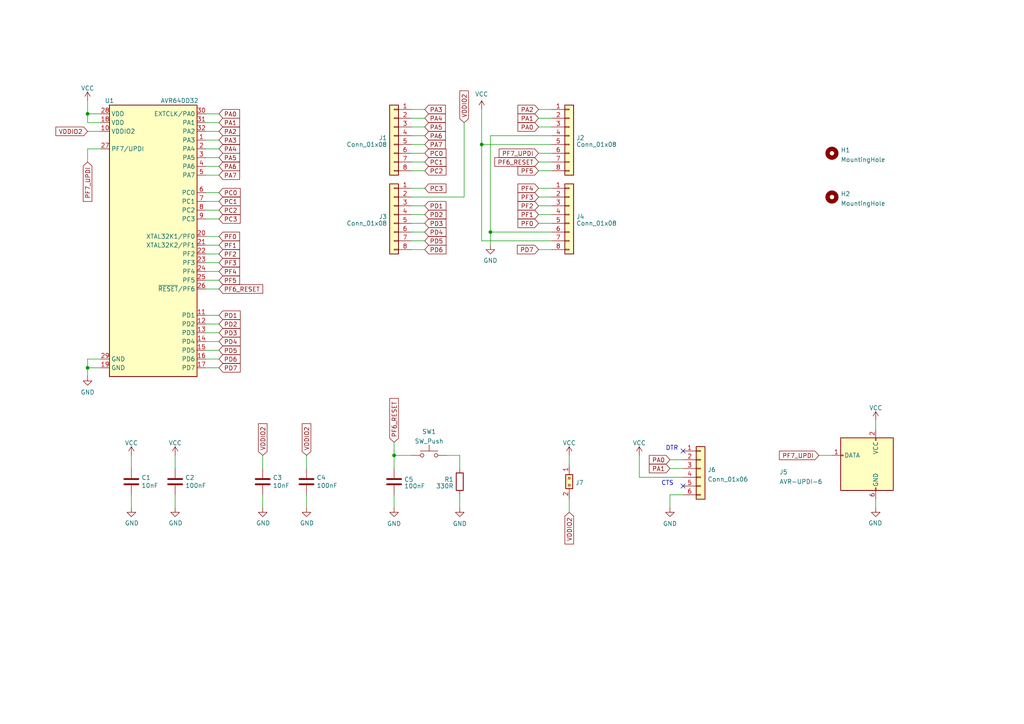
<source format=kicad_sch>
(kicad_sch (version 20230121) (generator eeschema)

  (uuid e63e39d7-6ac0-4ffd-8aa3-1841a4541b55)

  (paper "A4")

  (lib_symbols
    (symbol "Connector:AVR-UPDI-6" (pin_names (offset 1.016)) (in_bom yes) (on_board yes)
      (property "Reference" "J" (at -6.35 8.89 0)
        (effects (font (size 1.27 1.27)) (justify left))
      )
      (property "Value" "AVR-UPDI-6" (at 0 8.89 0)
        (effects (font (size 1.27 1.27)) (justify left))
      )
      (property "Footprint" "" (at -6.35 -1.27 90)
        (effects (font (size 1.27 1.27)) hide)
      )
      (property "Datasheet" "https://www.microchip.com/webdoc/GUID-9D10622A-5C16-4405-B092-1BDD437B4976/index.html?GUID-9B349315-2842-4189-B88C-49F4E1055D7F" (at -32.385 -13.97 0)
        (effects (font (size 1.27 1.27)) hide)
      )
      (property "ki_keywords" "AVR UPDI Connector" (at 0 0 0)
        (effects (font (size 1.27 1.27)) hide)
      )
      (property "ki_description" "Atmel 6-pin UPDI connector" (at 0 0 0)
        (effects (font (size 1.27 1.27)) hide)
      )
      (property "ki_fp_filters" "IDC?Header*2x03* Pin?Header*2x03*" (at 0 0 0)
        (effects (font (size 1.27 1.27)) hide)
      )
      (symbol "AVR-UPDI-6_0_1"
        (rectangle (start -2.667 -6.858) (end -2.413 -7.62)
          (stroke (width 0) (type default))
          (fill (type none))
        )
        (rectangle (start -2.667 7.62) (end -2.413 6.858)
          (stroke (width 0) (type default))
          (fill (type none))
        )
        (rectangle (start 7.62 2.667) (end 6.858 2.413)
          (stroke (width 0) (type default))
          (fill (type none))
        )
        (rectangle (start 7.62 7.62) (end -7.62 -7.62)
          (stroke (width 0.254) (type default))
          (fill (type background))
        )
      )
      (symbol "AVR-UPDI-6_1_1"
        (pin passive line (at 10.16 2.54 180) (length 2.54)
          (name "DATA" (effects (font (size 1.27 1.27))))
          (number "1" (effects (font (size 1.27 1.27))))
        )
        (pin passive line (at -2.54 10.16 270) (length 2.54)
          (name "VCC" (effects (font (size 1.27 1.27))))
          (number "2" (effects (font (size 1.27 1.27))))
        )
        (pin no_connect line (at 7.62 0 180) (length 2.54) hide
          (name "NC" (effects (font (size 1.27 1.27))))
          (number "3" (effects (font (size 1.27 1.27))))
        )
        (pin no_connect line (at 7.62 -2.54 180) (length 2.54) hide
          (name "NC" (effects (font (size 1.27 1.27))))
          (number "4" (effects (font (size 1.27 1.27))))
        )
        (pin no_connect line (at 7.62 -5.08 180) (length 2.54) hide
          (name "NC" (effects (font (size 1.27 1.27))))
          (number "5" (effects (font (size 1.27 1.27))))
        )
        (pin passive line (at -2.54 -10.16 90) (length 2.54)
          (name "GND" (effects (font (size 1.27 1.27))))
          (number "6" (effects (font (size 1.27 1.27))))
        )
      )
    )
    (symbol "Connector_Generic:Conn_01x06" (pin_names (offset 1.016) hide) (in_bom yes) (on_board yes)
      (property "Reference" "J" (at 0 7.62 0)
        (effects (font (size 1.27 1.27)))
      )
      (property "Value" "Conn_01x06" (at 0 -10.16 0)
        (effects (font (size 1.27 1.27)))
      )
      (property "Footprint" "" (at 0 0 0)
        (effects (font (size 1.27 1.27)) hide)
      )
      (property "Datasheet" "~" (at 0 0 0)
        (effects (font (size 1.27 1.27)) hide)
      )
      (property "ki_keywords" "connector" (at 0 0 0)
        (effects (font (size 1.27 1.27)) hide)
      )
      (property "ki_description" "Generic connector, single row, 01x06, script generated (kicad-library-utils/schlib/autogen/connector/)" (at 0 0 0)
        (effects (font (size 1.27 1.27)) hide)
      )
      (property "ki_fp_filters" "Connector*:*_1x??_*" (at 0 0 0)
        (effects (font (size 1.27 1.27)) hide)
      )
      (symbol "Conn_01x06_1_1"
        (rectangle (start -1.27 -7.493) (end 0 -7.747)
          (stroke (width 0.1524) (type default))
          (fill (type none))
        )
        (rectangle (start -1.27 -4.953) (end 0 -5.207)
          (stroke (width 0.1524) (type default))
          (fill (type none))
        )
        (rectangle (start -1.27 -2.413) (end 0 -2.667)
          (stroke (width 0.1524) (type default))
          (fill (type none))
        )
        (rectangle (start -1.27 0.127) (end 0 -0.127)
          (stroke (width 0.1524) (type default))
          (fill (type none))
        )
        (rectangle (start -1.27 2.667) (end 0 2.413)
          (stroke (width 0.1524) (type default))
          (fill (type none))
        )
        (rectangle (start -1.27 5.207) (end 0 4.953)
          (stroke (width 0.1524) (type default))
          (fill (type none))
        )
        (rectangle (start -1.27 6.35) (end 1.27 -8.89)
          (stroke (width 0.254) (type default))
          (fill (type background))
        )
        (pin passive line (at -5.08 5.08 0) (length 3.81)
          (name "Pin_1" (effects (font (size 1.27 1.27))))
          (number "1" (effects (font (size 1.27 1.27))))
        )
        (pin passive line (at -5.08 2.54 0) (length 3.81)
          (name "Pin_2" (effects (font (size 1.27 1.27))))
          (number "2" (effects (font (size 1.27 1.27))))
        )
        (pin passive line (at -5.08 0 0) (length 3.81)
          (name "Pin_3" (effects (font (size 1.27 1.27))))
          (number "3" (effects (font (size 1.27 1.27))))
        )
        (pin passive line (at -5.08 -2.54 0) (length 3.81)
          (name "Pin_4" (effects (font (size 1.27 1.27))))
          (number "4" (effects (font (size 1.27 1.27))))
        )
        (pin passive line (at -5.08 -5.08 0) (length 3.81)
          (name "Pin_5" (effects (font (size 1.27 1.27))))
          (number "5" (effects (font (size 1.27 1.27))))
        )
        (pin passive line (at -5.08 -7.62 0) (length 3.81)
          (name "Pin_6" (effects (font (size 1.27 1.27))))
          (number "6" (effects (font (size 1.27 1.27))))
        )
      )
    )
    (symbol "Connector_Generic:Conn_01x08" (pin_names (offset 1.016) hide) (in_bom yes) (on_board yes)
      (property "Reference" "J" (at 0 10.16 0)
        (effects (font (size 1.27 1.27)))
      )
      (property "Value" "Conn_01x08" (at 0 -12.7 0)
        (effects (font (size 1.27 1.27)))
      )
      (property "Footprint" "" (at 0 0 0)
        (effects (font (size 1.27 1.27)) hide)
      )
      (property "Datasheet" "~" (at 0 0 0)
        (effects (font (size 1.27 1.27)) hide)
      )
      (property "ki_keywords" "connector" (at 0 0 0)
        (effects (font (size 1.27 1.27)) hide)
      )
      (property "ki_description" "Generic connector, single row, 01x08, script generated (kicad-library-utils/schlib/autogen/connector/)" (at 0 0 0)
        (effects (font (size 1.27 1.27)) hide)
      )
      (property "ki_fp_filters" "Connector*:*_1x??_*" (at 0 0 0)
        (effects (font (size 1.27 1.27)) hide)
      )
      (symbol "Conn_01x08_1_1"
        (rectangle (start -1.27 -10.033) (end 0 -10.287)
          (stroke (width 0.1524) (type default))
          (fill (type none))
        )
        (rectangle (start -1.27 -7.493) (end 0 -7.747)
          (stroke (width 0.1524) (type default))
          (fill (type none))
        )
        (rectangle (start -1.27 -4.953) (end 0 -5.207)
          (stroke (width 0.1524) (type default))
          (fill (type none))
        )
        (rectangle (start -1.27 -2.413) (end 0 -2.667)
          (stroke (width 0.1524) (type default))
          (fill (type none))
        )
        (rectangle (start -1.27 0.127) (end 0 -0.127)
          (stroke (width 0.1524) (type default))
          (fill (type none))
        )
        (rectangle (start -1.27 2.667) (end 0 2.413)
          (stroke (width 0.1524) (type default))
          (fill (type none))
        )
        (rectangle (start -1.27 5.207) (end 0 4.953)
          (stroke (width 0.1524) (type default))
          (fill (type none))
        )
        (rectangle (start -1.27 7.747) (end 0 7.493)
          (stroke (width 0.1524) (type default))
          (fill (type none))
        )
        (rectangle (start -1.27 8.89) (end 1.27 -11.43)
          (stroke (width 0.254) (type default))
          (fill (type background))
        )
        (pin passive line (at -5.08 7.62 0) (length 3.81)
          (name "Pin_1" (effects (font (size 1.27 1.27))))
          (number "1" (effects (font (size 1.27 1.27))))
        )
        (pin passive line (at -5.08 5.08 0) (length 3.81)
          (name "Pin_2" (effects (font (size 1.27 1.27))))
          (number "2" (effects (font (size 1.27 1.27))))
        )
        (pin passive line (at -5.08 2.54 0) (length 3.81)
          (name "Pin_3" (effects (font (size 1.27 1.27))))
          (number "3" (effects (font (size 1.27 1.27))))
        )
        (pin passive line (at -5.08 0 0) (length 3.81)
          (name "Pin_4" (effects (font (size 1.27 1.27))))
          (number "4" (effects (font (size 1.27 1.27))))
        )
        (pin passive line (at -5.08 -2.54 0) (length 3.81)
          (name "Pin_5" (effects (font (size 1.27 1.27))))
          (number "5" (effects (font (size 1.27 1.27))))
        )
        (pin passive line (at -5.08 -5.08 0) (length 3.81)
          (name "Pin_6" (effects (font (size 1.27 1.27))))
          (number "6" (effects (font (size 1.27 1.27))))
        )
        (pin passive line (at -5.08 -7.62 0) (length 3.81)
          (name "Pin_7" (effects (font (size 1.27 1.27))))
          (number "7" (effects (font (size 1.27 1.27))))
        )
        (pin passive line (at -5.08 -10.16 0) (length 3.81)
          (name "Pin_8" (effects (font (size 1.27 1.27))))
          (number "8" (effects (font (size 1.27 1.27))))
        )
      )
    )
    (symbol "Device:C" (pin_numbers hide) (pin_names (offset 0.254)) (in_bom yes) (on_board yes)
      (property "Reference" "C" (at 0.635 2.54 0)
        (effects (font (size 1.27 1.27)) (justify left))
      )
      (property "Value" "C" (at 0.635 -2.54 0)
        (effects (font (size 1.27 1.27)) (justify left))
      )
      (property "Footprint" "" (at 0.9652 -3.81 0)
        (effects (font (size 1.27 1.27)) hide)
      )
      (property "Datasheet" "~" (at 0 0 0)
        (effects (font (size 1.27 1.27)) hide)
      )
      (property "ki_keywords" "cap capacitor" (at 0 0 0)
        (effects (font (size 1.27 1.27)) hide)
      )
      (property "ki_description" "Unpolarized capacitor" (at 0 0 0)
        (effects (font (size 1.27 1.27)) hide)
      )
      (property "ki_fp_filters" "C_*" (at 0 0 0)
        (effects (font (size 1.27 1.27)) hide)
      )
      (symbol "C_0_1"
        (polyline
          (pts
            (xy -2.032 -0.762)
            (xy 2.032 -0.762)
          )
          (stroke (width 0.508) (type default))
          (fill (type none))
        )
        (polyline
          (pts
            (xy -2.032 0.762)
            (xy 2.032 0.762)
          )
          (stroke (width 0.508) (type default))
          (fill (type none))
        )
      )
      (symbol "C_1_1"
        (pin passive line (at 0 3.81 270) (length 2.794)
          (name "~" (effects (font (size 1.27 1.27))))
          (number "1" (effects (font (size 1.27 1.27))))
        )
        (pin passive line (at 0 -3.81 90) (length 2.794)
          (name "~" (effects (font (size 1.27 1.27))))
          (number "2" (effects (font (size 1.27 1.27))))
        )
      )
    )
    (symbol "Device:R" (pin_numbers hide) (pin_names (offset 0)) (in_bom yes) (on_board yes)
      (property "Reference" "R" (at 2.032 0 90)
        (effects (font (size 1.27 1.27)))
      )
      (property "Value" "R" (at 0 0 90)
        (effects (font (size 1.27 1.27)))
      )
      (property "Footprint" "" (at -1.778 0 90)
        (effects (font (size 1.27 1.27)) hide)
      )
      (property "Datasheet" "~" (at 0 0 0)
        (effects (font (size 1.27 1.27)) hide)
      )
      (property "ki_keywords" "R res resistor" (at 0 0 0)
        (effects (font (size 1.27 1.27)) hide)
      )
      (property "ki_description" "Resistor" (at 0 0 0)
        (effects (font (size 1.27 1.27)) hide)
      )
      (property "ki_fp_filters" "R_*" (at 0 0 0)
        (effects (font (size 1.27 1.27)) hide)
      )
      (symbol "R_0_1"
        (rectangle (start -1.016 -2.54) (end 1.016 2.54)
          (stroke (width 0.254) (type default))
          (fill (type none))
        )
      )
      (symbol "R_1_1"
        (pin passive line (at 0 3.81 270) (length 1.27)
          (name "~" (effects (font (size 1.27 1.27))))
          (number "1" (effects (font (size 1.27 1.27))))
        )
        (pin passive line (at 0 -3.81 90) (length 1.27)
          (name "~" (effects (font (size 1.27 1.27))))
          (number "2" (effects (font (size 1.27 1.27))))
        )
      )
    )
    (symbol "Mechanical:MountingHole" (pin_names (offset 1.016)) (in_bom yes) (on_board yes)
      (property "Reference" "H" (at 0 5.08 0)
        (effects (font (size 1.27 1.27)))
      )
      (property "Value" "MountingHole" (at 0 3.175 0)
        (effects (font (size 1.27 1.27)))
      )
      (property "Footprint" "" (at 0 0 0)
        (effects (font (size 1.27 1.27)) hide)
      )
      (property "Datasheet" "~" (at 0 0 0)
        (effects (font (size 1.27 1.27)) hide)
      )
      (property "ki_keywords" "mounting hole" (at 0 0 0)
        (effects (font (size 1.27 1.27)) hide)
      )
      (property "ki_description" "Mounting Hole without connection" (at 0 0 0)
        (effects (font (size 1.27 1.27)) hide)
      )
      (property "ki_fp_filters" "MountingHole*" (at 0 0 0)
        (effects (font (size 1.27 1.27)) hide)
      )
      (symbol "MountingHole_0_1"
        (circle (center 0 0) (radius 1.27)
          (stroke (width 1.27) (type default))
          (fill (type none))
        )
      )
    )
    (symbol "Switch:SW_Push" (pin_numbers hide) (pin_names (offset 1.016) hide) (in_bom yes) (on_board yes)
      (property "Reference" "SW" (at 1.27 2.54 0)
        (effects (font (size 1.27 1.27)) (justify left))
      )
      (property "Value" "SW_Push" (at 0 -1.524 0)
        (effects (font (size 1.27 1.27)))
      )
      (property "Footprint" "" (at 0 5.08 0)
        (effects (font (size 1.27 1.27)) hide)
      )
      (property "Datasheet" "~" (at 0 5.08 0)
        (effects (font (size 1.27 1.27)) hide)
      )
      (property "ki_keywords" "switch normally-open pushbutton push-button" (at 0 0 0)
        (effects (font (size 1.27 1.27)) hide)
      )
      (property "ki_description" "Push button switch, generic, two pins" (at 0 0 0)
        (effects (font (size 1.27 1.27)) hide)
      )
      (symbol "SW_Push_0_1"
        (circle (center -2.032 0) (radius 0.508)
          (stroke (width 0) (type default))
          (fill (type none))
        )
        (polyline
          (pts
            (xy 0 1.27)
            (xy 0 3.048)
          )
          (stroke (width 0) (type default))
          (fill (type none))
        )
        (polyline
          (pts
            (xy 2.54 1.27)
            (xy -2.54 1.27)
          )
          (stroke (width 0) (type default))
          (fill (type none))
        )
        (circle (center 2.032 0) (radius 0.508)
          (stroke (width 0) (type default))
          (fill (type none))
        )
        (pin passive line (at -5.08 0 0) (length 2.54)
          (name "1" (effects (font (size 1.27 1.27))))
          (number "1" (effects (font (size 1.27 1.27))))
        )
        (pin passive line (at 5.08 0 180) (length 2.54)
          (name "2" (effects (font (size 1.27 1.27))))
          (number "2" (effects (font (size 1.27 1.27))))
        )
      )
    )
    (symbol "kiu:1x02_Jumper" (in_bom yes) (on_board yes)
      (property "Reference" "J" (at 0 2.54 0)
        (effects (font (size 1.27 1.27)))
      )
      (property "Value" "1x02_Jumper" (at 0 -2.54 0)
        (effects (font (size 1.27 1.27)) hide)
      )
      (property "Footprint" "" (at 0 0 0)
        (effects (font (size 1.27 1.27)) hide)
      )
      (property "Datasheet" "" (at 0 0 0)
        (effects (font (size 1.27 1.27)) hide)
      )
      (symbol "1x02_Jumper_0_1"
        (rectangle (start -1.27 0.254) (end -0.762 -0.254)
          (stroke (width 0.1524) (type default))
          (fill (type none))
        )
        (rectangle (start 0.762 0.254) (end 1.27 -0.254)
          (stroke (width 0.1524) (type default))
          (fill (type none))
        )
      )
      (symbol "1x02_Jumper_1_1"
        (rectangle (start -2.032 1.016) (end 2.032 -1.016)
          (stroke (width 0.254) (type default))
          (fill (type background))
        )
        (pin passive line (at -5.08 0 0) (length 3.04)
          (name "" (effects (font (size 1.27 1.27))))
          (number "1" (effects (font (size 1.27 1.27))))
        )
        (pin passive line (at 5.08 0 180) (length 3.04)
          (name "" (effects (font (size 1.27 1.27))))
          (number "2" (effects (font (size 1.27 1.27))))
        )
      )
    )
    (symbol "kiu:AVR64DD32" (in_bom yes) (on_board yes)
      (property "Reference" "U" (at -12.7 -19.05 0)
        (effects (font (size 1.27 1.27)))
      )
      (property "Value" "AVR64DD32" (at 7.62 -19.05 0)
        (effects (font (size 1.27 1.27)))
      )
      (property "Footprint" "" (at 0 0 0)
        (effects (font (size 1.27 1.27)) hide)
      )
      (property "Datasheet" "" (at 0 0 0)
        (effects (font (size 1.27 1.27)) hide)
      )
      (symbol "AVR64DD32_0_1"
        (rectangle (start -12.7 -20.32) (end 12.7 -99.06)
          (stroke (width 0.254) (type default))
          (fill (type background))
        )
      )
      (symbol "AVR64DD32_1_1"
        (pin bidirectional line (at 15.24 -30.48 180) (length 2.54)
          (name "PA3" (effects (font (size 1.27 1.27))))
          (number "1" (effects (font (size 1.27 1.27))))
        )
        (pin power_in line (at -15.24 -27.94 0) (length 2.54)
          (name "VDDIO2" (effects (font (size 1.27 1.27))))
          (number "10" (effects (font (size 1.27 1.27))))
        )
        (pin bidirectional line (at 15.24 -81.28 180) (length 2.54)
          (name "PD1" (effects (font (size 1.27 1.27))))
          (number "11" (effects (font (size 1.27 1.27))))
        )
        (pin bidirectional line (at 15.24 -83.82 180) (length 2.54)
          (name "PD2" (effects (font (size 1.27 1.27))))
          (number "12" (effects (font (size 1.27 1.27))))
        )
        (pin bidirectional line (at 15.24 -86.36 180) (length 2.54)
          (name "PD3" (effects (font (size 1.27 1.27))))
          (number "13" (effects (font (size 1.27 1.27))))
        )
        (pin bidirectional line (at 15.24 -88.9 180) (length 2.54)
          (name "PD4" (effects (font (size 1.27 1.27))))
          (number "14" (effects (font (size 1.27 1.27))))
        )
        (pin bidirectional line (at 15.24 -91.44 180) (length 2.54)
          (name "PD5" (effects (font (size 1.27 1.27))))
          (number "15" (effects (font (size 1.27 1.27))))
        )
        (pin bidirectional line (at 15.24 -93.98 180) (length 2.54)
          (name "PD6" (effects (font (size 1.27 1.27))))
          (number "16" (effects (font (size 1.27 1.27))))
        )
        (pin bidirectional line (at 15.24 -96.52 180) (length 2.54)
          (name "PD7" (effects (font (size 1.27 1.27))))
          (number "17" (effects (font (size 1.27 1.27))))
        )
        (pin power_in line (at -15.24 -25.4 0) (length 2.54)
          (name "VDD" (effects (font (size 1.27 1.27))))
          (number "18" (effects (font (size 1.27 1.27))))
        )
        (pin power_in line (at -15.24 -96.52 0) (length 2.54)
          (name "GND" (effects (font (size 1.27 1.27))))
          (number "19" (effects (font (size 1.27 1.27))))
        )
        (pin bidirectional line (at 15.24 -33.02 180) (length 2.54)
          (name "PA4" (effects (font (size 1.27 1.27))))
          (number "2" (effects (font (size 1.27 1.27))))
        )
        (pin bidirectional line (at 15.24 -58.42 180) (length 2.54)
          (name "XTAL32K1/PF0" (effects (font (size 1.27 1.27))))
          (number "20" (effects (font (size 1.27 1.27))))
        )
        (pin bidirectional line (at 15.24 -60.96 180) (length 2.54)
          (name "XTAL32K2/PF1" (effects (font (size 1.27 1.27))))
          (number "21" (effects (font (size 1.27 1.27))))
        )
        (pin bidirectional line (at 15.24 -63.5 180) (length 2.54)
          (name "PF2" (effects (font (size 1.27 1.27))))
          (number "22" (effects (font (size 1.27 1.27))))
        )
        (pin bidirectional line (at 15.24 -66.04 180) (length 2.54)
          (name "PF3" (effects (font (size 1.27 1.27))))
          (number "23" (effects (font (size 1.27 1.27))))
        )
        (pin bidirectional line (at 15.24 -68.58 180) (length 2.54)
          (name "PF4" (effects (font (size 1.27 1.27))))
          (number "24" (effects (font (size 1.27 1.27))))
        )
        (pin bidirectional line (at 15.24 -71.12 180) (length 2.54)
          (name "PF5" (effects (font (size 1.27 1.27))))
          (number "25" (effects (font (size 1.27 1.27))))
        )
        (pin input line (at 15.24 -73.66 180) (length 2.54)
          (name "~{RESET}/PF6" (effects (font (size 1.27 1.27))))
          (number "26" (effects (font (size 1.27 1.27))))
        )
        (pin bidirectional line (at -15.24 -33.02 0) (length 2.54)
          (name "PF7/UPDI" (effects (font (size 1.27 1.27))))
          (number "27" (effects (font (size 1.27 1.27))))
        )
        (pin power_in line (at -15.24 -22.86 0) (length 2.54)
          (name "VDD" (effects (font (size 1.27 1.27))))
          (number "28" (effects (font (size 1.27 1.27))))
        )
        (pin power_in line (at -15.24 -93.98 0) (length 2.54)
          (name "GND" (effects (font (size 1.27 1.27))))
          (number "29" (effects (font (size 1.27 1.27))))
        )
        (pin bidirectional line (at 15.24 -35.56 180) (length 2.54)
          (name "PA5" (effects (font (size 1.27 1.27))))
          (number "3" (effects (font (size 1.27 1.27))))
        )
        (pin bidirectional line (at 15.24 -22.86 180) (length 2.54)
          (name "EXTCLK/PA0" (effects (font (size 1.27 1.27))))
          (number "30" (effects (font (size 1.27 1.27))))
        )
        (pin bidirectional line (at 15.24 -25.4 180) (length 2.54)
          (name "PA1" (effects (font (size 1.27 1.27))))
          (number "31" (effects (font (size 1.27 1.27))))
        )
        (pin bidirectional line (at 15.24 -27.94 180) (length 2.54)
          (name "PA2" (effects (font (size 1.27 1.27))))
          (number "32" (effects (font (size 1.27 1.27))))
        )
        (pin bidirectional line (at 15.24 -38.1 180) (length 2.54)
          (name "PA6" (effects (font (size 1.27 1.27))))
          (number "4" (effects (font (size 1.27 1.27))))
        )
        (pin bidirectional line (at 15.24 -40.64 180) (length 2.54)
          (name "PA7" (effects (font (size 1.27 1.27))))
          (number "5" (effects (font (size 1.27 1.27))))
        )
        (pin bidirectional line (at 15.24 -45.72 180) (length 2.54)
          (name "PC0" (effects (font (size 1.27 1.27))))
          (number "6" (effects (font (size 1.27 1.27))))
        )
        (pin bidirectional line (at 15.24 -48.26 180) (length 2.54)
          (name "PC1" (effects (font (size 1.27 1.27))))
          (number "7" (effects (font (size 1.27 1.27))))
        )
        (pin bidirectional line (at 15.24 -50.8 180) (length 2.54)
          (name "PC2" (effects (font (size 1.27 1.27))))
          (number "8" (effects (font (size 1.27 1.27))))
        )
        (pin bidirectional line (at 15.24 -53.34 180) (length 2.54)
          (name "PC3" (effects (font (size 1.27 1.27))))
          (number "9" (effects (font (size 1.27 1.27))))
        )
      )
    )
    (symbol "power:GND" (power) (pin_names (offset 0)) (in_bom yes) (on_board yes)
      (property "Reference" "#PWR" (at 0 -6.35 0)
        (effects (font (size 1.27 1.27)) hide)
      )
      (property "Value" "GND" (at 0 -3.81 0)
        (effects (font (size 1.27 1.27)))
      )
      (property "Footprint" "" (at 0 0 0)
        (effects (font (size 1.27 1.27)) hide)
      )
      (property "Datasheet" "" (at 0 0 0)
        (effects (font (size 1.27 1.27)) hide)
      )
      (property "ki_keywords" "global power" (at 0 0 0)
        (effects (font (size 1.27 1.27)) hide)
      )
      (property "ki_description" "Power symbol creates a global label with name \"GND\" , ground" (at 0 0 0)
        (effects (font (size 1.27 1.27)) hide)
      )
      (symbol "GND_0_1"
        (polyline
          (pts
            (xy 0 0)
            (xy 0 -1.27)
            (xy 1.27 -1.27)
            (xy 0 -2.54)
            (xy -1.27 -1.27)
            (xy 0 -1.27)
          )
          (stroke (width 0) (type default))
          (fill (type none))
        )
      )
      (symbol "GND_1_1"
        (pin power_in line (at 0 0 270) (length 0) hide
          (name "GND" (effects (font (size 1.27 1.27))))
          (number "1" (effects (font (size 1.27 1.27))))
        )
      )
    )
    (symbol "power:VCC" (power) (pin_names (offset 0)) (in_bom yes) (on_board yes)
      (property "Reference" "#PWR" (at 0 -3.81 0)
        (effects (font (size 1.27 1.27)) hide)
      )
      (property "Value" "VCC" (at 0 3.81 0)
        (effects (font (size 1.27 1.27)))
      )
      (property "Footprint" "" (at 0 0 0)
        (effects (font (size 1.27 1.27)) hide)
      )
      (property "Datasheet" "" (at 0 0 0)
        (effects (font (size 1.27 1.27)) hide)
      )
      (property "ki_keywords" "global power" (at 0 0 0)
        (effects (font (size 1.27 1.27)) hide)
      )
      (property "ki_description" "Power symbol creates a global label with name \"VCC\"" (at 0 0 0)
        (effects (font (size 1.27 1.27)) hide)
      )
      (symbol "VCC_0_1"
        (polyline
          (pts
            (xy -0.762 1.27)
            (xy 0 2.54)
          )
          (stroke (width 0) (type default))
          (fill (type none))
        )
        (polyline
          (pts
            (xy 0 0)
            (xy 0 2.54)
          )
          (stroke (width 0) (type default))
          (fill (type none))
        )
        (polyline
          (pts
            (xy 0 2.54)
            (xy 0.762 1.27)
          )
          (stroke (width 0) (type default))
          (fill (type none))
        )
      )
      (symbol "VCC_1_1"
        (pin power_in line (at 0 0 90) (length 0) hide
          (name "VCC" (effects (font (size 1.27 1.27))))
          (number "1" (effects (font (size 1.27 1.27))))
        )
      )
    )
  )

  (junction (at 114.3 132.08) (diameter 0) (color 0 0 0 0)
    (uuid 1935c559-3bbb-4a9e-9646-290e52728bfd)
  )
  (junction (at 25.4 33.02) (diameter 0) (color 0 0 0 0)
    (uuid 34a8612d-6179-473f-951e-0412c02db9e7)
  )
  (junction (at 139.7 41.91) (diameter 0) (color 0 0 0 0)
    (uuid 3e0c8fd1-f658-4e12-aca7-44642a8ae6b9)
  )
  (junction (at 142.24 67.31) (diameter 0) (color 0 0 0 0)
    (uuid 5786cb99-2915-407e-a0f6-a38c06ff28e5)
  )
  (junction (at 25.4 106.68) (diameter 0) (color 0 0 0 0)
    (uuid be4c08f8-5be7-4a72-971d-68a412b6beb2)
  )

  (no_connect (at 198.12 130.81) (uuid 203c9db7-77c7-46e3-a0b2-661683ca12ae))
  (no_connect (at 198.12 140.97) (uuid b913c2e0-38c9-4da3-9d6e-c0874add7704))

  (wire (pts (xy 59.69 104.14) (xy 63.5 104.14))
    (stroke (width 0) (type default))
    (uuid 01e42abb-ad5d-460a-9437-dc5311cea240)
  )
  (wire (pts (xy 38.1 132.08) (xy 38.1 135.89))
    (stroke (width 0) (type default))
    (uuid 080075e5-bebb-4551-8646-138341beed87)
  )
  (wire (pts (xy 194.31 135.89) (xy 198.12 135.89))
    (stroke (width 0) (type default))
    (uuid 0846e82d-d1e9-4de8-8d3d-cc433c760151)
  )
  (wire (pts (xy 254 121.92) (xy 254 124.46))
    (stroke (width 0) (type default))
    (uuid 08981952-0dd9-4604-80d9-1a4e5b4feba9)
  )
  (wire (pts (xy 59.69 99.06) (xy 63.5 99.06))
    (stroke (width 0) (type default))
    (uuid 08afaf6b-2405-4bf8-a60e-a8cf147ea59d)
  )
  (wire (pts (xy 156.21 57.15) (xy 160.02 57.15))
    (stroke (width 0) (type default))
    (uuid 09e3436f-b50f-4821-a237-97387c62baa1)
  )
  (wire (pts (xy 114.3 143.51) (xy 114.3 147.32))
    (stroke (width 0) (type default))
    (uuid 0cd5c93a-f070-4fd2-b3d7-0a0a558ebc5b)
  )
  (wire (pts (xy 119.38 49.53) (xy 123.19 49.53))
    (stroke (width 0) (type default))
    (uuid 1401fa07-755c-4e4a-843f-993cf235f758)
  )
  (wire (pts (xy 88.9 143.51) (xy 88.9 147.32))
    (stroke (width 0) (type default))
    (uuid 16643b28-95be-4adb-9cbc-c315a7285845)
  )
  (wire (pts (xy 133.35 132.08) (xy 129.54 132.08))
    (stroke (width 0) (type default))
    (uuid 171b9375-4485-4c8c-8b78-e53862734da4)
  )
  (wire (pts (xy 25.4 38.1) (xy 29.21 38.1))
    (stroke (width 0) (type default))
    (uuid 17f95163-c162-46a3-9684-ded5d0dc0b7b)
  )
  (wire (pts (xy 119.38 34.29) (xy 123.19 34.29))
    (stroke (width 0) (type default))
    (uuid 18ba7ff0-ca43-49bb-98f1-67dbbc42bd02)
  )
  (wire (pts (xy 59.69 81.28) (xy 63.5 81.28))
    (stroke (width 0) (type default))
    (uuid 19c5e7fa-6e52-4fcb-a2a5-b24d4ad7508a)
  )
  (wire (pts (xy 59.69 68.58) (xy 63.5 68.58))
    (stroke (width 0) (type default))
    (uuid 1db48215-e00e-400b-a855-157c14c5f750)
  )
  (wire (pts (xy 59.69 73.66) (xy 63.5 73.66))
    (stroke (width 0) (type default))
    (uuid 2067c07d-4e49-4f02-930b-40e8ef6fad72)
  )
  (wire (pts (xy 50.8 132.08) (xy 50.8 135.89))
    (stroke (width 0) (type default))
    (uuid 232b7211-753c-4422-8761-f002a6366e2c)
  )
  (wire (pts (xy 185.42 132.08) (xy 185.42 138.43))
    (stroke (width 0) (type default))
    (uuid 23a9803c-6c07-4bbf-82f3-cefdd3e27b31)
  )
  (wire (pts (xy 59.69 33.02) (xy 63.5 33.02))
    (stroke (width 0) (type default))
    (uuid 25353985-9884-4ed6-a781-e48152740687)
  )
  (wire (pts (xy 59.69 38.1) (xy 63.5 38.1))
    (stroke (width 0) (type default))
    (uuid 25c7c6f2-89b8-4172-9bf8-9028ba996c5d)
  )
  (wire (pts (xy 25.4 29.21) (xy 25.4 33.02))
    (stroke (width 0) (type default))
    (uuid 2bef2d4a-8b41-434b-b7b0-4ea1a9b04fe7)
  )
  (wire (pts (xy 119.38 57.15) (xy 134.62 57.15))
    (stroke (width 0) (type default))
    (uuid 318a8c19-cc5e-4f6f-a9cc-dda7fa6e7f7a)
  )
  (wire (pts (xy 59.69 91.44) (xy 63.5 91.44))
    (stroke (width 0) (type default))
    (uuid 34f57e54-c944-4327-9d81-7ca474ae15b1)
  )
  (wire (pts (xy 134.62 35.56) (xy 134.62 57.15))
    (stroke (width 0) (type default))
    (uuid 37870dd6-c2ec-4a4f-a4bf-766f9235bf1c)
  )
  (wire (pts (xy 123.19 59.69) (xy 119.38 59.69))
    (stroke (width 0) (type default))
    (uuid 38fb5cb4-62b0-453c-a0cd-70f0377918e1)
  )
  (wire (pts (xy 123.19 31.75) (xy 119.38 31.75))
    (stroke (width 0) (type default))
    (uuid 39050904-ce26-4e1c-8e28-cdc020ac7603)
  )
  (wire (pts (xy 133.35 143.51) (xy 133.35 147.32))
    (stroke (width 0) (type default))
    (uuid 415d0941-c24b-4f7a-a3f5-9f4564009d94)
  )
  (wire (pts (xy 139.7 69.85) (xy 160.02 69.85))
    (stroke (width 0) (type default))
    (uuid 424ef910-b25d-4ee2-a7b2-77be1c8bebf9)
  )
  (wire (pts (xy 25.4 33.02) (xy 29.21 33.02))
    (stroke (width 0) (type default))
    (uuid 429156ce-012c-49d6-aca8-253bab7efbe2)
  )
  (wire (pts (xy 142.24 39.37) (xy 142.24 67.31))
    (stroke (width 0) (type default))
    (uuid 46005d72-52c3-4f51-a1f9-8b6e511019b2)
  )
  (wire (pts (xy 194.31 133.35) (xy 198.12 133.35))
    (stroke (width 0) (type default))
    (uuid 4638a441-39f7-4e0d-b0a9-2e1ecedb21d4)
  )
  (wire (pts (xy 142.24 71.12) (xy 142.24 67.31))
    (stroke (width 0) (type default))
    (uuid 49dc7fd5-0a40-455c-b842-fabcf49c0aa8)
  )
  (wire (pts (xy 114.3 132.08) (xy 114.3 135.89))
    (stroke (width 0) (type default))
    (uuid 4cdce314-b38e-4d7c-be27-db1f58f3ef50)
  )
  (wire (pts (xy 156.21 64.77) (xy 160.02 64.77))
    (stroke (width 0) (type default))
    (uuid 4d4cc3b8-a806-4b8e-9631-d154c48afae3)
  )
  (wire (pts (xy 156.21 46.99) (xy 160.02 46.99))
    (stroke (width 0) (type default))
    (uuid 4f80950a-173a-4cc1-9310-4f3ccb5e0feb)
  )
  (wire (pts (xy 123.19 62.23) (xy 119.38 62.23))
    (stroke (width 0) (type default))
    (uuid 52640724-35f9-4c5d-9b61-3329beb24bc8)
  )
  (wire (pts (xy 59.69 71.12) (xy 63.5 71.12))
    (stroke (width 0) (type default))
    (uuid 53932766-b6f3-4d8c-b23f-88d5669dcac4)
  )
  (wire (pts (xy 59.69 78.74) (xy 63.5 78.74))
    (stroke (width 0) (type default))
    (uuid 606475fe-0883-4bcb-9795-54bb1f06ee06)
  )
  (wire (pts (xy 119.38 46.99) (xy 123.19 46.99))
    (stroke (width 0) (type default))
    (uuid 60e1467a-8672-4f0c-ae29-3ce285cda0b0)
  )
  (wire (pts (xy 59.69 93.98) (xy 63.5 93.98))
    (stroke (width 0) (type default))
    (uuid 6150e45c-c5b2-409e-823c-74a57ee87b06)
  )
  (wire (pts (xy 119.38 54.61) (xy 123.19 54.61))
    (stroke (width 0) (type default))
    (uuid 65a04c54-3295-4c0e-929f-d9e75d1187df)
  )
  (wire (pts (xy 50.8 143.51) (xy 50.8 147.32))
    (stroke (width 0) (type default))
    (uuid 663fe1d8-89ab-4700-8122-8d58553b6ff7)
  )
  (wire (pts (xy 25.4 104.14) (xy 25.4 106.68))
    (stroke (width 0) (type default))
    (uuid 66f46d35-beb6-4737-827c-92c8fa091cf0)
  )
  (wire (pts (xy 165.1 132.08) (xy 165.1 134.62))
    (stroke (width 0) (type default))
    (uuid 701f6894-c615-40d9-8c9e-8b93b5459359)
  )
  (wire (pts (xy 139.7 41.91) (xy 160.02 41.91))
    (stroke (width 0) (type default))
    (uuid 7b448152-cf2f-45a4-a354-651232d03394)
  )
  (wire (pts (xy 119.38 44.45) (xy 123.19 44.45))
    (stroke (width 0) (type default))
    (uuid 7fd52eca-1486-4f57-9f1a-380d9e75f14a)
  )
  (wire (pts (xy 59.69 35.56) (xy 63.5 35.56))
    (stroke (width 0) (type default))
    (uuid 853595a5-bfdd-469e-b7c2-091197d73c86)
  )
  (wire (pts (xy 59.69 96.52) (xy 63.5 96.52))
    (stroke (width 0) (type default))
    (uuid 8585c3ae-5cba-429d-bf63-f17a5dbe8680)
  )
  (wire (pts (xy 194.31 143.51) (xy 198.12 143.51))
    (stroke (width 0) (type default))
    (uuid 86095ba6-cf04-49c5-ad87-9313ad0c0254)
  )
  (wire (pts (xy 160.02 36.83) (xy 156.21 36.83))
    (stroke (width 0) (type default))
    (uuid 87a305fc-9a6b-451c-b5fb-da83cd83f801)
  )
  (wire (pts (xy 29.21 43.18) (xy 25.4 43.18))
    (stroke (width 0) (type default))
    (uuid 88ef982c-1072-4da0-a06e-38bc8d5873fe)
  )
  (wire (pts (xy 76.2 132.08) (xy 76.2 135.89))
    (stroke (width 0) (type default))
    (uuid 8bb6a242-f9c2-4c4a-b60f-a4dcdb42166e)
  )
  (wire (pts (xy 114.3 132.08) (xy 119.38 132.08))
    (stroke (width 0) (type default))
    (uuid 918413a1-2910-4fdc-9031-0da6a71c8b70)
  )
  (wire (pts (xy 88.9 132.08) (xy 88.9 135.89))
    (stroke (width 0) (type default))
    (uuid 927d28f0-e739-4421-8094-9c2ef34634f1)
  )
  (wire (pts (xy 160.02 34.29) (xy 156.21 34.29))
    (stroke (width 0) (type default))
    (uuid 9485adc1-a264-4ca8-b462-7fe0ac008b3d)
  )
  (wire (pts (xy 198.12 138.43) (xy 185.42 138.43))
    (stroke (width 0) (type default))
    (uuid 94e5c10e-5b7e-46bb-967c-bd86d0c9bfe3)
  )
  (wire (pts (xy 156.21 59.69) (xy 160.02 59.69))
    (stroke (width 0) (type default))
    (uuid 970c0817-1e97-4388-8dc7-4986bb294085)
  )
  (wire (pts (xy 59.69 43.18) (xy 63.5 43.18))
    (stroke (width 0) (type default))
    (uuid a01d5d24-4155-4727-89b5-3d3d1dc954b3)
  )
  (wire (pts (xy 59.69 101.6) (xy 63.5 101.6))
    (stroke (width 0) (type default))
    (uuid a4ebd166-6476-4f03-9de4-a6eaa6bccde6)
  )
  (wire (pts (xy 119.38 36.83) (xy 123.19 36.83))
    (stroke (width 0) (type default))
    (uuid a5a3b124-a333-4cb3-a724-62a6ee944d66)
  )
  (wire (pts (xy 25.4 43.18) (xy 25.4 46.99))
    (stroke (width 0) (type default))
    (uuid a6be7b8b-5301-4539-9fc8-421934019c91)
  )
  (wire (pts (xy 59.69 50.8) (xy 63.5 50.8))
    (stroke (width 0) (type default))
    (uuid a6cc902e-2c74-45a3-8ec4-aa56f9a72930)
  )
  (wire (pts (xy 139.7 41.91) (xy 139.7 69.85))
    (stroke (width 0) (type default))
    (uuid a7120dc8-83e2-412e-824e-e42becc661ff)
  )
  (wire (pts (xy 165.1 144.78) (xy 165.1 148.59))
    (stroke (width 0) (type default))
    (uuid a73b44cd-a5ec-4cdf-b2bf-276ba6221f3a)
  )
  (wire (pts (xy 59.69 55.88) (xy 63.5 55.88))
    (stroke (width 0) (type default))
    (uuid a80c469d-d988-4d13-b457-14127cfa9461)
  )
  (wire (pts (xy 29.21 104.14) (xy 25.4 104.14))
    (stroke (width 0) (type default))
    (uuid aa1ab793-1627-4bcd-a1f4-ac2882178845)
  )
  (wire (pts (xy 59.69 48.26) (xy 63.5 48.26))
    (stroke (width 0) (type default))
    (uuid aa3d2cff-e7ca-4703-91ff-ada00f681515)
  )
  (wire (pts (xy 38.1 143.51) (xy 38.1 147.32))
    (stroke (width 0) (type default))
    (uuid aafe30f6-950f-4f66-8450-9d9ba8b7e6cf)
  )
  (wire (pts (xy 156.21 49.53) (xy 160.02 49.53))
    (stroke (width 0) (type default))
    (uuid af7b1070-ca97-4e77-99c1-8efcc027ca95)
  )
  (wire (pts (xy 194.31 147.32) (xy 194.31 143.51))
    (stroke (width 0) (type default))
    (uuid b08efd2b-61d3-4b3f-82c0-fbd884e9d6d4)
  )
  (wire (pts (xy 123.19 64.77) (xy 119.38 64.77))
    (stroke (width 0) (type default))
    (uuid b4cf1d03-8ffb-4fe5-9579-8fd5cd5db282)
  )
  (wire (pts (xy 142.24 39.37) (xy 160.02 39.37))
    (stroke (width 0) (type default))
    (uuid b8eef7aa-dd28-4778-a7fa-3b29a7c7d134)
  )
  (wire (pts (xy 59.69 83.82) (xy 63.5 83.82))
    (stroke (width 0) (type default))
    (uuid bab7bf1d-a003-43bf-ad7b-d0b65db4304c)
  )
  (wire (pts (xy 59.69 45.72) (xy 63.5 45.72))
    (stroke (width 0) (type default))
    (uuid bb24113d-9618-4a15-90c9-51e6fde99b52)
  )
  (wire (pts (xy 25.4 109.22) (xy 25.4 106.68))
    (stroke (width 0) (type default))
    (uuid bbd6b31e-9459-46ea-9c3e-1146efa2b01f)
  )
  (wire (pts (xy 76.2 143.51) (xy 76.2 147.32))
    (stroke (width 0) (type default))
    (uuid bcb3d09c-3f21-41e1-8f7f-f320c51bc27b)
  )
  (wire (pts (xy 254 144.78) (xy 254 147.32))
    (stroke (width 0) (type default))
    (uuid be803956-a133-426b-92c9-01e4ecee224a)
  )
  (wire (pts (xy 156.21 62.23) (xy 160.02 62.23))
    (stroke (width 0) (type default))
    (uuid c5dfa427-f6dd-4999-90e2-2c5bc8613846)
  )
  (wire (pts (xy 156.21 44.45) (xy 160.02 44.45))
    (stroke (width 0) (type default))
    (uuid c869f82a-992f-4f00-9383-f959675c3525)
  )
  (wire (pts (xy 160.02 72.39) (xy 156.21 72.39))
    (stroke (width 0) (type default))
    (uuid cbe980ec-1c51-4c9c-ba56-33e0bb7fad9a)
  )
  (wire (pts (xy 59.69 106.68) (xy 63.5 106.68))
    (stroke (width 0) (type default))
    (uuid cd074883-c920-4ecc-8c63-13a13a540804)
  )
  (wire (pts (xy 59.69 76.2) (xy 63.5 76.2))
    (stroke (width 0) (type default))
    (uuid cedfb0d8-0e1d-44e0-bf51-3a997c386416)
  )
  (wire (pts (xy 142.24 67.31) (xy 160.02 67.31))
    (stroke (width 0) (type default))
    (uuid d3111a2a-7df5-4179-b55e-0d09bfe5d321)
  )
  (wire (pts (xy 123.19 41.91) (xy 119.38 41.91))
    (stroke (width 0) (type default))
    (uuid d3f00e43-58a0-42a3-bc40-3b3709691049)
  )
  (wire (pts (xy 25.4 33.02) (xy 25.4 35.56))
    (stroke (width 0) (type default))
    (uuid d6860bd3-7f7e-4d4d-bf1b-86081d6fd190)
  )
  (wire (pts (xy 133.35 132.08) (xy 133.35 135.89))
    (stroke (width 0) (type default))
    (uuid d9f387ad-ce46-447f-9ca9-2465ad9e846a)
  )
  (wire (pts (xy 123.19 69.85) (xy 119.38 69.85))
    (stroke (width 0) (type default))
    (uuid da79ebfd-0b20-4b3a-9137-d72dffa2ba09)
  )
  (wire (pts (xy 123.19 67.31) (xy 119.38 67.31))
    (stroke (width 0) (type default))
    (uuid dbebb1ac-ba61-4c72-a05e-15697aae18ae)
  )
  (wire (pts (xy 25.4 35.56) (xy 29.21 35.56))
    (stroke (width 0) (type default))
    (uuid dd0eafd7-25ce-44d7-a10c-a650eff20991)
  )
  (wire (pts (xy 25.4 106.68) (xy 29.21 106.68))
    (stroke (width 0) (type default))
    (uuid dd7f6266-d524-4cdd-bdd7-abcfd6031d90)
  )
  (wire (pts (xy 119.38 39.37) (xy 123.19 39.37))
    (stroke (width 0) (type default))
    (uuid ddcea348-3c5b-4817-9325-080cb3383965)
  )
  (wire (pts (xy 160.02 31.75) (xy 156.21 31.75))
    (stroke (width 0) (type default))
    (uuid e37c7f77-63cb-4a7b-9bea-8fbc3c931af8)
  )
  (wire (pts (xy 123.19 72.39) (xy 119.38 72.39))
    (stroke (width 0) (type default))
    (uuid e8cc5c88-4959-4158-a511-be93a3a18193)
  )
  (wire (pts (xy 59.69 40.64) (xy 63.5 40.64))
    (stroke (width 0) (type default))
    (uuid edccdf50-c8a7-401e-b39e-3ad1ba78c48d)
  )
  (wire (pts (xy 59.69 60.96) (xy 63.5 60.96))
    (stroke (width 0) (type default))
    (uuid ee4c4a41-2bb3-4046-ac69-02f17c46f704)
  )
  (wire (pts (xy 156.21 54.61) (xy 160.02 54.61))
    (stroke (width 0) (type default))
    (uuid ef6dab7b-eb74-416a-91b7-b0b4a4a979f7)
  )
  (wire (pts (xy 114.3 128.27) (xy 114.3 132.08))
    (stroke (width 0) (type default))
    (uuid f13c8da4-011f-4f22-919f-ce2e2416e005)
  )
  (wire (pts (xy 237.49 132.08) (xy 241.3 132.08))
    (stroke (width 0) (type default))
    (uuid f3b74707-6c04-4176-9960-86b125e6b113)
  )
  (wire (pts (xy 139.7 31.75) (xy 139.7 41.91))
    (stroke (width 0) (type default))
    (uuid f3ffc5bf-eed7-45d5-bcf8-314c0e7d7560)
  )
  (wire (pts (xy 59.69 58.42) (xy 63.5 58.42))
    (stroke (width 0) (type default))
    (uuid f42b75b4-40bc-4930-a095-d6f0ee32009e)
  )
  (wire (pts (xy 59.69 63.5) (xy 63.5 63.5))
    (stroke (width 0) (type default))
    (uuid f5d4f4ce-0c85-4768-8416-3735ee08a4a7)
  )

  (text "DTR" (at 193.04 130.81 0)
    (effects (font (size 1.27 1.27)) (justify left bottom))
    (uuid 59fcadae-25c1-48ff-87c7-bed5c7e1020e)
  )
  (text "CTS" (at 191.77 140.97 0)
    (effects (font (size 1.27 1.27)) (justify left bottom))
    (uuid ebe5767a-c529-491b-9ea3-2a3e46ae7f82)
  )

  (global_label "PD7" (shape input) (at 63.5 106.68 0) (fields_autoplaced)
    (effects (font (size 1.27 1.27)) (justify left))
    (uuid 006d600b-5f2c-45fc-8c10-687c67699139)
    (property "Intersheetrefs" "${INTERSHEET_REFS}" (at 69.6626 106.6006 0)
      (effects (font (size 1.27 1.27)) (justify left) hide)
    )
  )
  (global_label "VDDIO2" (shape input) (at 76.2 132.08 90) (fields_autoplaced)
    (effects (font (size 1.27 1.27)) (justify left))
    (uuid 0126b894-5fdb-4181-b14e-6ef698d44306)
    (property "Intersheetrefs" "${INTERSHEET_REFS}" (at 76.2 122.4008 90)
      (effects (font (size 1.27 1.27)) (justify left) hide)
    )
  )
  (global_label "PA6" (shape input) (at 123.19 39.37 0) (fields_autoplaced)
    (effects (font (size 1.27 1.27)) (justify left))
    (uuid 065a475f-53b7-40e8-9b9a-11141ad82ee6)
    (property "Intersheetrefs" "${INTERSHEET_REFS}" (at 129.1712 39.2906 0)
      (effects (font (size 1.27 1.27)) (justify right) hide)
    )
  )
  (global_label "PD5" (shape input) (at 123.19 69.85 0) (fields_autoplaced)
    (effects (font (size 1.27 1.27)) (justify left))
    (uuid 0d89be0a-6ec2-49ae-9796-5ea31875adc6)
    (property "Intersheetrefs" "${INTERSHEET_REFS}" (at 129.3526 69.7706 0)
      (effects (font (size 1.27 1.27)) (justify right) hide)
    )
  )
  (global_label "PF6_RESET" (shape input) (at 156.21 46.99 180) (fields_autoplaced)
    (effects (font (size 1.27 1.27)) (justify right))
    (uuid 0e820f07-9e2b-4f89-acf5-ec2031fc9d9d)
    (property "Intersheetrefs" "${INTERSHEET_REFS}" (at 143.5159 47.0694 0)
      (effects (font (size 1.27 1.27)) (justify left) hide)
    )
  )
  (global_label "PA1" (shape input) (at 156.21 34.29 180) (fields_autoplaced)
    (effects (font (size 1.27 1.27)) (justify right))
    (uuid 15f4d277-1f63-46fe-b8be-345a126f1cb2)
    (property "Intersheetrefs" "${INTERSHEET_REFS}" (at 150.2288 34.2106 0)
      (effects (font (size 1.27 1.27)) (justify right) hide)
    )
  )
  (global_label "PF7_UPDI" (shape input) (at 156.21 44.45 180) (fields_autoplaced)
    (effects (font (size 1.27 1.27)) (justify right))
    (uuid 19a21886-44d4-4d15-9922-a2b6cc3bb301)
    (property "Intersheetrefs" "${INTERSHEET_REFS}" (at 144.2932 44.45 0)
      (effects (font (size 1.27 1.27)) (justify right) hide)
    )
  )
  (global_label "PC0" (shape input) (at 63.5 55.88 0) (fields_autoplaced)
    (effects (font (size 1.27 1.27)) (justify left))
    (uuid 26bbc5a8-370d-403c-904f-3c79e732eb96)
    (property "Intersheetrefs" "${INTERSHEET_REFS}" (at 69.6626 55.8006 0)
      (effects (font (size 1.27 1.27)) (justify left) hide)
    )
  )
  (global_label "PD1" (shape input) (at 123.19 59.69 0) (fields_autoplaced)
    (effects (font (size 1.27 1.27)) (justify left))
    (uuid 299054e3-2423-4847-a868-7349a160d05b)
    (property "Intersheetrefs" "${INTERSHEET_REFS}" (at 129.3526 59.6106 0)
      (effects (font (size 1.27 1.27)) (justify right) hide)
    )
  )
  (global_label "PD4" (shape input) (at 123.19 67.31 0) (fields_autoplaced)
    (effects (font (size 1.27 1.27)) (justify left))
    (uuid 2cb7d290-316c-41ee-a6dc-8d6209b8a6d4)
    (property "Intersheetrefs" "${INTERSHEET_REFS}" (at 129.3526 67.2306 0)
      (effects (font (size 1.27 1.27)) (justify right) hide)
    )
  )
  (global_label "PC1" (shape input) (at 123.19 46.99 0) (fields_autoplaced)
    (effects (font (size 1.27 1.27)) (justify left))
    (uuid 30796751-2007-4308-b1db-533a5792e5db)
    (property "Intersheetrefs" "${INTERSHEET_REFS}" (at 129.3526 46.9106 0)
      (effects (font (size 1.27 1.27)) (justify right) hide)
    )
  )
  (global_label "PA5" (shape input) (at 123.19 36.83 0) (fields_autoplaced)
    (effects (font (size 1.27 1.27)) (justify left))
    (uuid 389e2b14-73a5-4117-a595-14443ab48b40)
    (property "Intersheetrefs" "${INTERSHEET_REFS}" (at 129.1712 36.7506 0)
      (effects (font (size 1.27 1.27)) (justify right) hide)
    )
  )
  (global_label "PC0" (shape input) (at 123.19 44.45 0) (fields_autoplaced)
    (effects (font (size 1.27 1.27)) (justify left))
    (uuid 3b9517cb-6676-44d5-9f56-7e6af4d9e0be)
    (property "Intersheetrefs" "${INTERSHEET_REFS}" (at 129.3526 44.3706 0)
      (effects (font (size 1.27 1.27)) (justify right) hide)
    )
  )
  (global_label "PA1" (shape input) (at 194.31 135.89 180) (fields_autoplaced)
    (effects (font (size 1.27 1.27)) (justify right))
    (uuid 3ba273b9-26e1-49e8-8a69-79bbf9c9fb99)
    (property "Intersheetrefs" "${INTERSHEET_REFS}" (at 188.3288 135.9694 0)
      (effects (font (size 1.27 1.27)) (justify right) hide)
    )
  )
  (global_label "PF2" (shape input) (at 63.5 73.66 0) (fields_autoplaced)
    (effects (font (size 1.27 1.27)) (justify left))
    (uuid 3d5478a1-39e8-41ae-a7b6-929295c5ea6f)
    (property "Intersheetrefs" "${INTERSHEET_REFS}" (at 69.4812 73.5806 0)
      (effects (font (size 1.27 1.27)) (justify left) hide)
    )
  )
  (global_label "PD1" (shape input) (at 63.5 91.44 0) (fields_autoplaced)
    (effects (font (size 1.27 1.27)) (justify left))
    (uuid 4c3db3f0-40af-409b-9d0a-8eaa398e3b9d)
    (property "Intersheetrefs" "${INTERSHEET_REFS}" (at 69.6626 91.3606 0)
      (effects (font (size 1.27 1.27)) (justify left) hide)
    )
  )
  (global_label "PF0" (shape input) (at 63.5 68.58 0) (fields_autoplaced)
    (effects (font (size 1.27 1.27)) (justify left))
    (uuid 4d8ab079-3362-4e59-8d85-796095e878b5)
    (property "Intersheetrefs" "${INTERSHEET_REFS}" (at 69.4812 68.5006 0)
      (effects (font (size 1.27 1.27)) (justify left) hide)
    )
  )
  (global_label "PA1" (shape input) (at 63.5 35.56 0) (fields_autoplaced)
    (effects (font (size 1.27 1.27)) (justify left))
    (uuid 4f2c1014-9ba8-4f5b-90ea-88168e2c2951)
    (property "Intersheetrefs" "${INTERSHEET_REFS}" (at 69.4812 35.4806 0)
      (effects (font (size 1.27 1.27)) (justify left) hide)
    )
  )
  (global_label "VDDIO2" (shape input) (at 165.1 148.59 270) (fields_autoplaced)
    (effects (font (size 1.27 1.27)) (justify right))
    (uuid 509694ea-dbaf-4eac-b663-6355d31c6812)
    (property "Intersheetrefs" "${INTERSHEET_REFS}" (at 165.1 158.2692 90)
      (effects (font (size 1.27 1.27)) (justify right) hide)
    )
  )
  (global_label "PF4" (shape input) (at 156.21 54.61 180) (fields_autoplaced)
    (effects (font (size 1.27 1.27)) (justify right))
    (uuid 5177b3f9-df4e-445d-abaf-0cad6f61113d)
    (property "Intersheetrefs" "${INTERSHEET_REFS}" (at 150.2288 54.6894 0)
      (effects (font (size 1.27 1.27)) (justify left) hide)
    )
  )
  (global_label "PF5" (shape input) (at 63.5 81.28 0) (fields_autoplaced)
    (effects (font (size 1.27 1.27)) (justify left))
    (uuid 51b1621f-2f6f-4fbc-b651-d95ba33720d4)
    (property "Intersheetrefs" "${INTERSHEET_REFS}" (at 69.4812 81.2006 0)
      (effects (font (size 1.27 1.27)) (justify left) hide)
    )
  )
  (global_label "PA6" (shape input) (at 63.5 48.26 0) (fields_autoplaced)
    (effects (font (size 1.27 1.27)) (justify left))
    (uuid 5edd2fbd-13ef-40ac-859c-4eaa24d24405)
    (property "Intersheetrefs" "${INTERSHEET_REFS}" (at 69.4812 48.1806 0)
      (effects (font (size 1.27 1.27)) (justify left) hide)
    )
  )
  (global_label "PF7_UPDI" (shape input) (at 25.4 46.99 270) (fields_autoplaced)
    (effects (font (size 1.27 1.27)) (justify right))
    (uuid 6197002f-2725-4acb-9086-d82730d0a716)
    (property "Intersheetrefs" "${INTERSHEET_REFS}" (at 25.4 58.9068 90)
      (effects (font (size 1.27 1.27)) (justify right) hide)
    )
  )
  (global_label "PD4" (shape input) (at 63.5 99.06 0) (fields_autoplaced)
    (effects (font (size 1.27 1.27)) (justify left))
    (uuid 66ed8ffd-7330-4dcc-a5f7-bf8699fdf7a8)
    (property "Intersheetrefs" "${INTERSHEET_REFS}" (at 69.6626 98.9806 0)
      (effects (font (size 1.27 1.27)) (justify left) hide)
    )
  )
  (global_label "PC2" (shape input) (at 123.19 49.53 0) (fields_autoplaced)
    (effects (font (size 1.27 1.27)) (justify left))
    (uuid 67fc5625-cba6-457b-8459-b81d27900988)
    (property "Intersheetrefs" "${INTERSHEET_REFS}" (at 129.3526 49.4506 0)
      (effects (font (size 1.27 1.27)) (justify right) hide)
    )
  )
  (global_label "PD6" (shape input) (at 123.19 72.39 0) (fields_autoplaced)
    (effects (font (size 1.27 1.27)) (justify left))
    (uuid 6af0168b-7b82-4312-898c-48e82a0efaad)
    (property "Intersheetrefs" "${INTERSHEET_REFS}" (at 129.3526 72.3106 0)
      (effects (font (size 1.27 1.27)) (justify right) hide)
    )
  )
  (global_label "PF5" (shape input) (at 156.21 49.53 180) (fields_autoplaced)
    (effects (font (size 1.27 1.27)) (justify right))
    (uuid 6c311177-92dc-42b7-ac5c-9558dffb5882)
    (property "Intersheetrefs" "${INTERSHEET_REFS}" (at 150.2288 49.6094 0)
      (effects (font (size 1.27 1.27)) (justify left) hide)
    )
  )
  (global_label "PA3" (shape input) (at 123.19 31.75 0) (fields_autoplaced)
    (effects (font (size 1.27 1.27)) (justify left))
    (uuid 80c77252-7542-4927-88ab-a5d290543fed)
    (property "Intersheetrefs" "${INTERSHEET_REFS}" (at 129.1712 31.6706 0)
      (effects (font (size 1.27 1.27)) (justify right) hide)
    )
  )
  (global_label "VDDIO2" (shape input) (at 88.9 132.08 90) (fields_autoplaced)
    (effects (font (size 1.27 1.27)) (justify left))
    (uuid 814f6edb-e8fc-4fb7-b2f0-4a745de93a97)
    (property "Intersheetrefs" "${INTERSHEET_REFS}" (at 88.9 122.4008 90)
      (effects (font (size 1.27 1.27)) (justify left) hide)
    )
  )
  (global_label "PD5" (shape input) (at 63.5 101.6 0) (fields_autoplaced)
    (effects (font (size 1.27 1.27)) (justify left))
    (uuid 83c84479-a5b7-43c1-b59c-86713afe554c)
    (property "Intersheetrefs" "${INTERSHEET_REFS}" (at 69.6626 101.5206 0)
      (effects (font (size 1.27 1.27)) (justify left) hide)
    )
  )
  (global_label "PF6_RESET" (shape input) (at 63.5 83.82 0) (fields_autoplaced)
    (effects (font (size 1.27 1.27)) (justify left))
    (uuid 852a6be8-6a60-41e7-a1c1-55cd780fa391)
    (property "Intersheetrefs" "${INTERSHEET_REFS}" (at 76.1941 83.7406 0)
      (effects (font (size 1.27 1.27)) (justify left) hide)
    )
  )
  (global_label "PD2" (shape input) (at 123.19 62.23 0) (fields_autoplaced)
    (effects (font (size 1.27 1.27)) (justify left))
    (uuid 99b201ba-2251-4d26-84db-18ea1090ef8b)
    (property "Intersheetrefs" "${INTERSHEET_REFS}" (at 129.3526 62.1506 0)
      (effects (font (size 1.27 1.27)) (justify right) hide)
    )
  )
  (global_label "PD3" (shape input) (at 123.19 64.77 0) (fields_autoplaced)
    (effects (font (size 1.27 1.27)) (justify left))
    (uuid 9edf5b5a-d90b-46e5-a091-f2256f0dc370)
    (property "Intersheetrefs" "${INTERSHEET_REFS}" (at 129.3526 64.6906 0)
      (effects (font (size 1.27 1.27)) (justify right) hide)
    )
  )
  (global_label "PA0" (shape input) (at 63.5 33.02 0) (fields_autoplaced)
    (effects (font (size 1.27 1.27)) (justify left))
    (uuid a0961d58-eca3-4db4-9603-620ca4a93428)
    (property "Intersheetrefs" "${INTERSHEET_REFS}" (at 69.4812 32.9406 0)
      (effects (font (size 1.27 1.27)) (justify left) hide)
    )
  )
  (global_label "PF4" (shape input) (at 63.5 78.74 0) (fields_autoplaced)
    (effects (font (size 1.27 1.27)) (justify left))
    (uuid a1931e68-b715-4bcd-bf1b-5e4cdc0473ba)
    (property "Intersheetrefs" "${INTERSHEET_REFS}" (at 69.4812 78.6606 0)
      (effects (font (size 1.27 1.27)) (justify left) hide)
    )
  )
  (global_label "PC1" (shape input) (at 63.5 58.42 0) (fields_autoplaced)
    (effects (font (size 1.27 1.27)) (justify left))
    (uuid a36cc7ad-bb11-4b70-98c1-63bbe5a77ea7)
    (property "Intersheetrefs" "${INTERSHEET_REFS}" (at 69.6626 58.3406 0)
      (effects (font (size 1.27 1.27)) (justify left) hide)
    )
  )
  (global_label "PF7_UPDI" (shape input) (at 237.49 132.08 180) (fields_autoplaced)
    (effects (font (size 1.27 1.27)) (justify right))
    (uuid a3f87e19-f0e7-4101-a518-06bfff8d71be)
    (property "Intersheetrefs" "${INTERSHEET_REFS}" (at 225.5732 132.08 0)
      (effects (font (size 1.27 1.27)) (justify right) hide)
    )
  )
  (global_label "PC3" (shape input) (at 123.19 54.61 0) (fields_autoplaced)
    (effects (font (size 1.27 1.27)) (justify left))
    (uuid a9ea6042-435b-4dbc-9edc-b38a9708e4b0)
    (property "Intersheetrefs" "${INTERSHEET_REFS}" (at 129.3526 54.5306 0)
      (effects (font (size 1.27 1.27)) (justify right) hide)
    )
  )
  (global_label "PA2" (shape input) (at 156.21 31.75 180) (fields_autoplaced)
    (effects (font (size 1.27 1.27)) (justify right))
    (uuid aa07b930-1e55-4c38-828f-0247aedd1ed6)
    (property "Intersheetrefs" "${INTERSHEET_REFS}" (at 150.2288 31.8294 0)
      (effects (font (size 1.27 1.27)) (justify left) hide)
    )
  )
  (global_label "PF1" (shape input) (at 156.21 62.23 180) (fields_autoplaced)
    (effects (font (size 1.27 1.27)) (justify right))
    (uuid aaa71d06-33e3-4875-bc5a-0bf4c60e6f94)
    (property "Intersheetrefs" "${INTERSHEET_REFS}" (at 150.2288 62.3094 0)
      (effects (font (size 1.27 1.27)) (justify left) hide)
    )
  )
  (global_label "PC3" (shape input) (at 63.5 63.5 0) (fields_autoplaced)
    (effects (font (size 1.27 1.27)) (justify left))
    (uuid b194b1f7-5b87-4a46-8f93-410d78653db6)
    (property "Intersheetrefs" "${INTERSHEET_REFS}" (at 69.6626 63.4206 0)
      (effects (font (size 1.27 1.27)) (justify left) hide)
    )
  )
  (global_label "PA0" (shape input) (at 156.21 36.83 180) (fields_autoplaced)
    (effects (font (size 1.27 1.27)) (justify right))
    (uuid b5149c87-cd1d-4035-b59f-27ab9429b7b9)
    (property "Intersheetrefs" "${INTERSHEET_REFS}" (at 150.2288 36.7506 0)
      (effects (font (size 1.27 1.27)) (justify right) hide)
    )
  )
  (global_label "VDDIO2" (shape input) (at 25.4 38.1 180) (fields_autoplaced)
    (effects (font (size 1.27 1.27)) (justify right))
    (uuid b97de174-284e-4d9f-885e-f32e206441da)
    (property "Intersheetrefs" "${INTERSHEET_REFS}" (at 15.7208 38.1 0)
      (effects (font (size 1.27 1.27)) (justify right) hide)
    )
  )
  (global_label "PD7" (shape input) (at 156.21 72.39 180) (fields_autoplaced)
    (effects (font (size 1.27 1.27)) (justify right))
    (uuid ba06585e-88d0-4b77-8b19-177ae69ef02a)
    (property "Intersheetrefs" "${INTERSHEET_REFS}" (at 150.0474 72.4694 0)
      (effects (font (size 1.27 1.27)) (justify left) hide)
    )
  )
  (global_label "PA7" (shape input) (at 63.5 50.8 0) (fields_autoplaced)
    (effects (font (size 1.27 1.27)) (justify left))
    (uuid bd587ae4-b9a2-4bef-a9c0-acfdb3448b54)
    (property "Intersheetrefs" "${INTERSHEET_REFS}" (at 69.4812 50.7206 0)
      (effects (font (size 1.27 1.27)) (justify left) hide)
    )
  )
  (global_label "VDDIO2" (shape input) (at 134.62 35.56 90) (fields_autoplaced)
    (effects (font (size 1.27 1.27)) (justify left))
    (uuid c0b0bc08-ba61-4f99-8daa-3120194e5292)
    (property "Intersheetrefs" "${INTERSHEET_REFS}" (at 134.62 25.8808 90)
      (effects (font (size 1.27 1.27)) (justify left) hide)
    )
  )
  (global_label "PD3" (shape input) (at 63.5 96.52 0) (fields_autoplaced)
    (effects (font (size 1.27 1.27)) (justify left))
    (uuid c1149b3b-a8f0-4635-bbd3-8d867e9d4924)
    (property "Intersheetrefs" "${INTERSHEET_REFS}" (at 69.6626 96.4406 0)
      (effects (font (size 1.27 1.27)) (justify left) hide)
    )
  )
  (global_label "PA5" (shape input) (at 63.5 45.72 0) (fields_autoplaced)
    (effects (font (size 1.27 1.27)) (justify left))
    (uuid c3ee85f0-a61a-4617-b85d-0a513310db87)
    (property "Intersheetrefs" "${INTERSHEET_REFS}" (at 69.4812 45.6406 0)
      (effects (font (size 1.27 1.27)) (justify left) hide)
    )
  )
  (global_label "PA4" (shape input) (at 63.5 43.18 0) (fields_autoplaced)
    (effects (font (size 1.27 1.27)) (justify left))
    (uuid d2e990c8-dee2-4863-8e64-204eb722ee87)
    (property "Intersheetrefs" "${INTERSHEET_REFS}" (at 69.4812 43.1006 0)
      (effects (font (size 1.27 1.27)) (justify left) hide)
    )
  )
  (global_label "PF0" (shape input) (at 156.21 64.77 180) (fields_autoplaced)
    (effects (font (size 1.27 1.27)) (justify right))
    (uuid d5225707-3690-41d6-bd99-7b033c3ac32f)
    (property "Intersheetrefs" "${INTERSHEET_REFS}" (at 150.2288 64.8494 0)
      (effects (font (size 1.27 1.27)) (justify left) hide)
    )
  )
  (global_label "PA4" (shape input) (at 123.19 34.29 0) (fields_autoplaced)
    (effects (font (size 1.27 1.27)) (justify left))
    (uuid dacd68b3-b6bb-4a0d-903b-95ae11f5c928)
    (property "Intersheetrefs" "${INTERSHEET_REFS}" (at 129.1712 34.2106 0)
      (effects (font (size 1.27 1.27)) (justify right) hide)
    )
  )
  (global_label "PF3" (shape input) (at 63.5 76.2 0) (fields_autoplaced)
    (effects (font (size 1.27 1.27)) (justify left))
    (uuid db95e038-0543-4c79-aa6c-d430783ba803)
    (property "Intersheetrefs" "${INTERSHEET_REFS}" (at 69.4812 76.1206 0)
      (effects (font (size 1.27 1.27)) (justify left) hide)
    )
  )
  (global_label "PF1" (shape input) (at 63.5 71.12 0) (fields_autoplaced)
    (effects (font (size 1.27 1.27)) (justify left))
    (uuid e498919e-51aa-4416-bcbb-19103e5e2dff)
    (property "Intersheetrefs" "${INTERSHEET_REFS}" (at 69.4812 71.0406 0)
      (effects (font (size 1.27 1.27)) (justify left) hide)
    )
  )
  (global_label "PF3" (shape input) (at 156.21 57.15 180) (fields_autoplaced)
    (effects (font (size 1.27 1.27)) (justify right))
    (uuid e4b0a91d-dd5f-46ff-a9d3-5f585e6573d9)
    (property "Intersheetrefs" "${INTERSHEET_REFS}" (at 150.2288 57.2294 0)
      (effects (font (size 1.27 1.27)) (justify left) hide)
    )
  )
  (global_label "PA2" (shape input) (at 63.5 38.1 0) (fields_autoplaced)
    (effects (font (size 1.27 1.27)) (justify left))
    (uuid e6ae0669-25df-4f45-952f-e3fa64e00e01)
    (property "Intersheetrefs" "${INTERSHEET_REFS}" (at 69.4812 38.0206 0)
      (effects (font (size 1.27 1.27)) (justify left) hide)
    )
  )
  (global_label "PD6" (shape input) (at 63.5 104.14 0) (fields_autoplaced)
    (effects (font (size 1.27 1.27)) (justify left))
    (uuid e82e7092-b849-43c9-ab67-7ebbc60481e3)
    (property "Intersheetrefs" "${INTERSHEET_REFS}" (at 69.6626 104.0606 0)
      (effects (font (size 1.27 1.27)) (justify left) hide)
    )
  )
  (global_label "PD2" (shape input) (at 63.5 93.98 0) (fields_autoplaced)
    (effects (font (size 1.27 1.27)) (justify left))
    (uuid eb1fb2e9-f81a-45e1-8527-7cd3fee3c011)
    (property "Intersheetrefs" "${INTERSHEET_REFS}" (at 69.6626 93.9006 0)
      (effects (font (size 1.27 1.27)) (justify left) hide)
    )
  )
  (global_label "PA7" (shape input) (at 123.19 41.91 0) (fields_autoplaced)
    (effects (font (size 1.27 1.27)) (justify left))
    (uuid f1e27855-b01c-400e-b6ec-eb04e7e5abfd)
    (property "Intersheetrefs" "${INTERSHEET_REFS}" (at 129.1712 41.8306 0)
      (effects (font (size 1.27 1.27)) (justify right) hide)
    )
  )
  (global_label "PF6_RESET" (shape input) (at 114.3 128.27 90) (fields_autoplaced)
    (effects (font (size 1.27 1.27)) (justify left))
    (uuid f232cb66-2dad-46ed-bf71-b6b7a256fb2e)
    (property "Intersheetrefs" "${INTERSHEET_REFS}" (at 114.2206 115.5759 90)
      (effects (font (size 1.27 1.27)) (justify left) hide)
    )
  )
  (global_label "PA0" (shape input) (at 194.31 133.35 180) (fields_autoplaced)
    (effects (font (size 1.27 1.27)) (justify right))
    (uuid f5a788f0-463e-4ebe-9112-431372711b40)
    (property "Intersheetrefs" "${INTERSHEET_REFS}" (at 188.3288 133.4294 0)
      (effects (font (size 1.27 1.27)) (justify right) hide)
    )
  )
  (global_label "PC2" (shape input) (at 63.5 60.96 0) (fields_autoplaced)
    (effects (font (size 1.27 1.27)) (justify left))
    (uuid f617a296-9dd1-403e-b505-eb0b0d8b7bd5)
    (property "Intersheetrefs" "${INTERSHEET_REFS}" (at 69.6626 60.8806 0)
      (effects (font (size 1.27 1.27)) (justify left) hide)
    )
  )
  (global_label "PF2" (shape input) (at 156.21 59.69 180) (fields_autoplaced)
    (effects (font (size 1.27 1.27)) (justify right))
    (uuid fc10f0b2-2d0c-4901-82f3-8277dfab0637)
    (property "Intersheetrefs" "${INTERSHEET_REFS}" (at 150.2288 59.7694 0)
      (effects (font (size 1.27 1.27)) (justify left) hide)
    )
  )
  (global_label "PA3" (shape input) (at 63.5 40.64 0) (fields_autoplaced)
    (effects (font (size 1.27 1.27)) (justify left))
    (uuid fc2ca97c-e766-4b59-9470-d74416fa88f1)
    (property "Intersheetrefs" "${INTERSHEET_REFS}" (at 69.4812 40.5606 0)
      (effects (font (size 1.27 1.27)) (justify left) hide)
    )
  )

  (symbol (lib_id "power:VCC") (at 50.8 132.08 0) (unit 1)
    (in_bom yes) (on_board yes) (dnp no) (fields_autoplaced)
    (uuid 01c4d53c-600f-4f72-bf63-9c7453e9bc9e)
    (property "Reference" "#PWR07" (at 50.8 135.89 0)
      (effects (font (size 1.27 1.27)) hide)
    )
    (property "Value" "VCC" (at 50.8 128.4755 0)
      (effects (font (size 1.27 1.27)))
    )
    (property "Footprint" "" (at 50.8 132.08 0)
      (effects (font (size 1.27 1.27)) hide)
    )
    (property "Datasheet" "" (at 50.8 132.08 0)
      (effects (font (size 1.27 1.27)) hide)
    )
    (pin "1" (uuid 60e3d6df-8ec1-4bff-bf16-afb8e296065f))
    (instances
      (project "nakabo-avr64dd32"
        (path "/e63e39d7-6ac0-4ffd-8aa3-1841a4541b55"
          (reference "#PWR07") (unit 1)
        )
      )
    )
  )

  (symbol (lib_id "Connector_Generic:Conn_01x08") (at 165.1 39.37 0) (unit 1)
    (in_bom yes) (on_board yes) (dnp no)
    (uuid 098b0e29-ac64-4784-ba9c-b48f02b0d96f)
    (property "Reference" "J2" (at 167.132 39.9963 0)
      (effects (font (size 1.27 1.27)) (justify left))
    )
    (property "Value" "Conn_01x08" (at 167.132 41.9173 0)
      (effects (font (size 1.27 1.27)) (justify left))
    )
    (property "Footprint" "Connector_PinSocket_2.54mm:PinSocket_1x08_P2.54mm_Vertical" (at 165.1 39.37 0)
      (effects (font (size 1.27 1.27)) hide)
    )
    (property "Datasheet" "~" (at 165.1 39.37 0)
      (effects (font (size 1.27 1.27)) hide)
    )
    (pin "1" (uuid 6cff12ee-b289-4337-8cc4-dcfca71147ba))
    (pin "2" (uuid dcd74a75-93d6-4c59-a578-f37380381dfa))
    (pin "3" (uuid 8bd03571-9fbe-4b95-81b7-e7cc343af47c))
    (pin "4" (uuid 5bddd3ff-10f8-4b5f-ba2b-d33929065524))
    (pin "5" (uuid 93283474-7f77-4232-bc00-6e8dda02920c))
    (pin "6" (uuid 2b734d5e-4a69-4f75-b132-85db3bb07a4f))
    (pin "7" (uuid cce81a1e-3d52-4f54-934a-651bb24919d1))
    (pin "8" (uuid e30f3465-b23d-4655-94e2-bfde698baa8e))
    (instances
      (project "nakabo-avr64dd32"
        (path "/e63e39d7-6ac0-4ffd-8aa3-1841a4541b55"
          (reference "J2") (unit 1)
        )
      )
    )
  )

  (symbol (lib_id "power:VCC") (at 139.7 31.75 0) (unit 1)
    (in_bom yes) (on_board yes) (dnp no)
    (uuid 0ffe7646-12a4-411a-84a8-a097b6f240c4)
    (property "Reference" "#PWR02" (at 139.7 35.56 0)
      (effects (font (size 1.27 1.27)) hide)
    )
    (property "Value" "VCC" (at 141.605 27.305 0)
      (effects (font (size 1.27 1.27)) (justify right))
    )
    (property "Footprint" "" (at 139.7 31.75 0)
      (effects (font (size 1.27 1.27)) hide)
    )
    (property "Datasheet" "" (at 139.7 31.75 0)
      (effects (font (size 1.27 1.27)) hide)
    )
    (pin "1" (uuid 9ced0ef9-2229-4411-b4c3-d789f557242f))
    (instances
      (project "nakabo-avr64dd32"
        (path "/e63e39d7-6ac0-4ffd-8aa3-1841a4541b55"
          (reference "#PWR02") (unit 1)
        )
      )
    )
  )

  (symbol (lib_id "power:VCC") (at 25.4 29.21 0) (unit 1)
    (in_bom yes) (on_board yes) (dnp no) (fields_autoplaced)
    (uuid 10b3c737-f566-4aff-914f-814f5c4d78b9)
    (property "Reference" "#PWR01" (at 25.4 33.02 0)
      (effects (font (size 1.27 1.27)) hide)
    )
    (property "Value" "VCC" (at 25.4 25.6055 0)
      (effects (font (size 1.27 1.27)))
    )
    (property "Footprint" "" (at 25.4 29.21 0)
      (effects (font (size 1.27 1.27)) hide)
    )
    (property "Datasheet" "" (at 25.4 29.21 0)
      (effects (font (size 1.27 1.27)) hide)
    )
    (pin "1" (uuid 6f3dbf5f-feec-480c-bc63-47899d9cae8f))
    (instances
      (project "nakabo-avr64dd32"
        (path "/e63e39d7-6ac0-4ffd-8aa3-1841a4541b55"
          (reference "#PWR01") (unit 1)
        )
      )
    )
  )

  (symbol (lib_id "Connector_Generic:Conn_01x06") (at 203.2 135.89 0) (unit 1)
    (in_bom yes) (on_board yes) (dnp no) (fields_autoplaced)
    (uuid 17ef1f5f-3d41-4156-a9c4-ae8280b84aa7)
    (property "Reference" "J6" (at 205.232 136.2515 0)
      (effects (font (size 1.27 1.27)) (justify left))
    )
    (property "Value" "Conn_01x06" (at 205.232 139.0266 0)
      (effects (font (size 1.27 1.27)) (justify left))
    )
    (property "Footprint" "Connector_PinSocket_2.54mm:PinSocket_1x06_P2.54mm_Vertical" (at 203.2 135.89 0)
      (effects (font (size 1.27 1.27)) hide)
    )
    (property "Datasheet" "~" (at 203.2 135.89 0)
      (effects (font (size 1.27 1.27)) hide)
    )
    (pin "1" (uuid bf6dc725-6473-4761-bd5b-778a165ef529))
    (pin "2" (uuid 0799e1d6-0847-4571-a0bf-20c05d65d9b3))
    (pin "3" (uuid 37e6a38f-d4c9-4c6f-8094-60ca09643cd3))
    (pin "4" (uuid d62e9911-44e3-43f2-a3c8-820f8a779b1b))
    (pin "5" (uuid 98ce6dcc-02a8-4aac-9f23-0d5ec09c4a8b))
    (pin "6" (uuid 554b12f8-26e8-4f25-90de-cda584823f93))
    (instances
      (project "nakabo-avr64dd32"
        (path "/e63e39d7-6ac0-4ffd-8aa3-1841a4541b55"
          (reference "J6") (unit 1)
        )
      )
    )
  )

  (symbol (lib_id "power:GND") (at 25.4 109.22 0) (unit 1)
    (in_bom yes) (on_board yes) (dnp no) (fields_autoplaced)
    (uuid 2a5abce8-5cc0-4402-9855-561acc3f6f9f)
    (property "Reference" "#PWR04" (at 25.4 115.57 0)
      (effects (font (size 1.27 1.27)) hide)
    )
    (property "Value" "GND" (at 25.4 113.7825 0)
      (effects (font (size 1.27 1.27)))
    )
    (property "Footprint" "" (at 25.4 109.22 0)
      (effects (font (size 1.27 1.27)) hide)
    )
    (property "Datasheet" "" (at 25.4 109.22 0)
      (effects (font (size 1.27 1.27)) hide)
    )
    (pin "1" (uuid 741dbd82-fd9b-4b9c-96df-f51adb0653c0))
    (instances
      (project "nakabo-avr64dd32"
        (path "/e63e39d7-6ac0-4ffd-8aa3-1841a4541b55"
          (reference "#PWR04") (unit 1)
        )
      )
    )
  )

  (symbol (lib_id "Device:C") (at 88.9 139.7 0) (unit 1)
    (in_bom yes) (on_board yes) (dnp no)
    (uuid 2d7bcb6a-805c-4106-9ef2-447919be8edc)
    (property "Reference" "C4" (at 91.821 138.5316 0)
      (effects (font (size 1.27 1.27)) (justify left))
    )
    (property "Value" "100nF" (at 91.821 140.843 0)
      (effects (font (size 1.27 1.27)) (justify left))
    )
    (property "Footprint" "Capacitor_SMD:C_0805_2012Metric" (at 89.8652 143.51 0)
      (effects (font (size 1.27 1.27)) hide)
    )
    (property "Datasheet" "~" (at 88.9 139.7 0)
      (effects (font (size 1.27 1.27)) hide)
    )
    (pin "1" (uuid 12d66e52-fbb4-448d-8a41-996ff50af8b5))
    (pin "2" (uuid bcfe415a-bf19-46ad-b6a9-fc788a537962))
    (instances
      (project "nakabo-avr64dd32"
        (path "/e63e39d7-6ac0-4ffd-8aa3-1841a4541b55"
          (reference "C4") (unit 1)
        )
      )
    )
  )

  (symbol (lib_id "power:GND") (at 50.8 147.32 0) (unit 1)
    (in_bom yes) (on_board yes) (dnp no)
    (uuid 3a9f292f-d950-4971-a152-b9709c501468)
    (property "Reference" "#PWR011" (at 50.8 153.67 0)
      (effects (font (size 1.27 1.27)) hide)
    )
    (property "Value" "GND" (at 50.927 151.7142 0)
      (effects (font (size 1.27 1.27)))
    )
    (property "Footprint" "" (at 50.8 147.32 0)
      (effects (font (size 1.27 1.27)) hide)
    )
    (property "Datasheet" "" (at 50.8 147.32 0)
      (effects (font (size 1.27 1.27)) hide)
    )
    (pin "1" (uuid c0f5505d-de33-45db-ba63-a83687750c00))
    (instances
      (project "nakabo-avr64dd32"
        (path "/e63e39d7-6ac0-4ffd-8aa3-1841a4541b55"
          (reference "#PWR011") (unit 1)
        )
      )
    )
  )

  (symbol (lib_id "power:GND") (at 254 147.32 0) (mirror y) (unit 1)
    (in_bom yes) (on_board yes) (dnp no)
    (uuid 3f85c7eb-db8c-459f-9dfe-88948d0a3534)
    (property "Reference" "#PWR017" (at 254 153.67 0)
      (effects (font (size 1.27 1.27)) hide)
    )
    (property "Value" "GND" (at 253.873 151.7142 0)
      (effects (font (size 1.27 1.27)))
    )
    (property "Footprint" "" (at 254 147.32 0)
      (effects (font (size 1.27 1.27)) hide)
    )
    (property "Datasheet" "" (at 254 147.32 0)
      (effects (font (size 1.27 1.27)) hide)
    )
    (pin "1" (uuid 2988c8bd-9fb3-4509-a0f4-5dfeb02e4567))
    (instances
      (project "nakabo-avr64dd32"
        (path "/e63e39d7-6ac0-4ffd-8aa3-1841a4541b55"
          (reference "#PWR017") (unit 1)
        )
      )
    )
  )

  (symbol (lib_id "Mechanical:MountingHole") (at 241.3 44.45 0) (unit 1)
    (in_bom yes) (on_board yes) (dnp no) (fields_autoplaced)
    (uuid 5786fcca-7067-4799-83cc-06ae557ddd1a)
    (property "Reference" "H1" (at 243.84 43.5415 0)
      (effects (font (size 1.27 1.27)) (justify left))
    )
    (property "Value" "MountingHole" (at 243.84 46.3166 0)
      (effects (font (size 1.27 1.27)) (justify left))
    )
    (property "Footprint" "MountingHole:MountingHole_3.2mm_M3_DIN965" (at 241.3 44.45 0)
      (effects (font (size 1.27 1.27)) hide)
    )
    (property "Datasheet" "~" (at 241.3 44.45 0)
      (effects (font (size 1.27 1.27)) hide)
    )
    (instances
      (project "nakabo-avr64dd32"
        (path "/e63e39d7-6ac0-4ffd-8aa3-1841a4541b55"
          (reference "H1") (unit 1)
        )
      )
    )
  )

  (symbol (lib_id "power:VCC") (at 185.42 132.08 0) (unit 1)
    (in_bom yes) (on_board yes) (dnp no) (fields_autoplaced)
    (uuid 5a008a41-af0c-4c44-8601-8d25847308b5)
    (property "Reference" "#PWR09" (at 185.42 135.89 0)
      (effects (font (size 1.27 1.27)) hide)
    )
    (property "Value" "VCC" (at 185.42 128.4755 0)
      (effects (font (size 1.27 1.27)))
    )
    (property "Footprint" "" (at 185.42 132.08 0)
      (effects (font (size 1.27 1.27)) hide)
    )
    (property "Datasheet" "" (at 185.42 132.08 0)
      (effects (font (size 1.27 1.27)) hide)
    )
    (pin "1" (uuid d2bb7444-be23-4c13-ad8a-e596e222dd9d))
    (instances
      (project "nakabo-avr64dd32"
        (path "/e63e39d7-6ac0-4ffd-8aa3-1841a4541b55"
          (reference "#PWR09") (unit 1)
        )
      )
    )
  )

  (symbol (lib_id "power:VCC") (at 38.1 132.08 0) (unit 1)
    (in_bom yes) (on_board yes) (dnp no) (fields_autoplaced)
    (uuid 5a9a4ba9-f647-4e9b-8656-b6b28bb682e3)
    (property "Reference" "#PWR06" (at 38.1 135.89 0)
      (effects (font (size 1.27 1.27)) hide)
    )
    (property "Value" "VCC" (at 38.1 128.4755 0)
      (effects (font (size 1.27 1.27)))
    )
    (property "Footprint" "" (at 38.1 132.08 0)
      (effects (font (size 1.27 1.27)) hide)
    )
    (property "Datasheet" "" (at 38.1 132.08 0)
      (effects (font (size 1.27 1.27)) hide)
    )
    (pin "1" (uuid 5b8fae3a-985d-429a-9b8a-24240adf47d2))
    (instances
      (project "nakabo-avr64dd32"
        (path "/e63e39d7-6ac0-4ffd-8aa3-1841a4541b55"
          (reference "#PWR06") (unit 1)
        )
      )
    )
  )

  (symbol (lib_id "Device:C") (at 114.3 139.7 0) (unit 1)
    (in_bom yes) (on_board yes) (dnp no) (fields_autoplaced)
    (uuid 619f1fe2-92ad-4338-992b-86baf8f0f58a)
    (property "Reference" "C5" (at 117.221 139.0563 0)
      (effects (font (size 1.27 1.27)) (justify left))
    )
    (property "Value" "100nF" (at 117.221 140.9773 0)
      (effects (font (size 1.27 1.27)) (justify left))
    )
    (property "Footprint" "Capacitor_SMD:C_0805_2012Metric" (at 115.2652 143.51 0)
      (effects (font (size 1.27 1.27)) hide)
    )
    (property "Datasheet" "~" (at 114.3 139.7 0)
      (effects (font (size 1.27 1.27)) hide)
    )
    (pin "1" (uuid dfa8677f-4707-4c24-8b3a-d811bcfd96c0))
    (pin "2" (uuid de9072cc-5f17-48ee-bcc0-116768e62897))
    (instances
      (project "nakabo-avr64dd32"
        (path "/e63e39d7-6ac0-4ffd-8aa3-1841a4541b55"
          (reference "C5") (unit 1)
        )
      )
    )
  )

  (symbol (lib_id "kiu:AVR64DD32") (at 44.45 10.16 0) (unit 1)
    (in_bom yes) (on_board yes) (dnp no) (fields_autoplaced)
    (uuid 65908b01-f0a0-46e1-84f2-bf49d46af2a7)
    (property "Reference" "U1" (at 31.75 29.21 0)
      (effects (font (size 1.27 1.27)))
    )
    (property "Value" "AVR64DD32" (at 52.07 29.21 0)
      (effects (font (size 1.27 1.27)))
    )
    (property "Footprint" "Package_QFP:TQFP-32_7x7mm_P0.8mm" (at 44.45 10.16 0)
      (effects (font (size 1.27 1.27)) hide)
    )
    (property "Datasheet" "" (at 44.45 10.16 0)
      (effects (font (size 1.27 1.27)) hide)
    )
    (pin "1" (uuid a0af1aa5-82ff-4825-8836-86496e7db65f))
    (pin "10" (uuid 01106a52-6b7d-40fd-b165-c927be1f6a1d))
    (pin "11" (uuid 37e43d63-cb41-40f8-97c4-4ee588727924))
    (pin "12" (uuid 9fb044e3-00d4-4901-9cd7-c364c152358f))
    (pin "13" (uuid 69cceaac-6f1b-4182-8e1c-91402953f92a))
    (pin "14" (uuid e96432f3-c6ee-4cdc-892b-eb9f8e5ebd05))
    (pin "15" (uuid 478afa34-e0e2-4584-885c-121c8a802996))
    (pin "16" (uuid 3785db90-bbe9-4018-bab6-3a4673f84f27))
    (pin "17" (uuid e8e23712-f080-4685-ae22-9028780f7b13))
    (pin "18" (uuid a65cad0c-0ef1-4ea5-a965-4eae7ac1f6af))
    (pin "19" (uuid 082621c8-b51d-48fd-937c-afceb255b94e))
    (pin "2" (uuid 728dda43-38f9-4d13-b2a9-59e599c86d99))
    (pin "20" (uuid eef9a49b-90d1-4463-b2c5-af035d3ae9d7))
    (pin "21" (uuid a1441258-3477-4706-8540-9e88ae0dac49))
    (pin "22" (uuid 430cb5a0-6865-46d0-be60-5d722d3e8d80))
    (pin "23" (uuid 8d9ea4cf-1047-42af-bf72-13258f22d6ad))
    (pin "24" (uuid e16a8ef9-72be-44ea-a34c-71d53d6ff2bf))
    (pin "25" (uuid b2de1057-44b4-4b1a-b3d7-c19d3cd25553))
    (pin "26" (uuid c3f6c24d-368b-47d2-9a0a-d716bb140344))
    (pin "27" (uuid 04b78285-4974-4fa0-8f4e-46d399f5727c))
    (pin "28" (uuid ecb190c3-7d33-4f9e-917d-98f2e006b7de))
    (pin "29" (uuid af5a6355-b37d-4130-98e5-c563dae6ea34))
    (pin "3" (uuid 43758126-6174-43ff-b8a7-6d55ec68152a))
    (pin "30" (uuid 5fe5bd8d-5a86-4565-bd10-e08c6de9aa03))
    (pin "31" (uuid 885a1129-9446-432d-8d93-f91d54873594))
    (pin "32" (uuid ba660766-df56-40bf-b584-d5d4ed6cb6fc))
    (pin "4" (uuid 2c3d5c2f-c119-4276-9b7e-33808f1d9396))
    (pin "5" (uuid 46255620-16a2-4e81-9e4a-58dddcf89388))
    (pin "6" (uuid 41e442c4-3daa-4776-bd79-7990c939b354))
    (pin "7" (uuid 9cd1ba63-2087-4000-a5a9-797dad78d993))
    (pin "8" (uuid 83250ce3-cee5-48b2-8a3e-b1e7887d6a15))
    (pin "9" (uuid 296b967f-b7a9-453f-856a-7b874fdca3db))
    (instances
      (project "nakabo-avr64dd32"
        (path "/e63e39d7-6ac0-4ffd-8aa3-1841a4541b55"
          (reference "U1") (unit 1)
        )
      )
    )
  )

  (symbol (lib_id "power:GND") (at 194.31 147.32 0) (unit 1)
    (in_bom yes) (on_board yes) (dnp no) (fields_autoplaced)
    (uuid 6b3ad0c3-1926-48db-8adc-069edc23407e)
    (property "Reference" "#PWR016" (at 194.31 153.67 0)
      (effects (font (size 1.27 1.27)) hide)
    )
    (property "Value" "GND" (at 194.31 151.8825 0)
      (effects (font (size 1.27 1.27)))
    )
    (property "Footprint" "" (at 194.31 147.32 0)
      (effects (font (size 1.27 1.27)) hide)
    )
    (property "Datasheet" "" (at 194.31 147.32 0)
      (effects (font (size 1.27 1.27)) hide)
    )
    (pin "1" (uuid 7004c452-6f6e-49d7-bf93-1d19565f3a95))
    (instances
      (project "nakabo-avr64dd32"
        (path "/e63e39d7-6ac0-4ffd-8aa3-1841a4541b55"
          (reference "#PWR016") (unit 1)
        )
      )
    )
  )

  (symbol (lib_id "power:GND") (at 142.24 71.12 0) (unit 1)
    (in_bom yes) (on_board yes) (dnp no)
    (uuid 6bdbeaa8-3a9b-41e4-b4a2-c3e563eb75ec)
    (property "Reference" "#PWR03" (at 142.24 77.47 0)
      (effects (font (size 1.27 1.27)) hide)
    )
    (property "Value" "GND" (at 142.24 75.565 0)
      (effects (font (size 1.27 1.27)))
    )
    (property "Footprint" "" (at 142.24 71.12 0)
      (effects (font (size 1.27 1.27)) hide)
    )
    (property "Datasheet" "" (at 142.24 71.12 0)
      (effects (font (size 1.27 1.27)) hide)
    )
    (pin "1" (uuid 1213e7af-29ca-41ed-9590-cf06e8860b57))
    (instances
      (project "nakabo-avr64dd32"
        (path "/e63e39d7-6ac0-4ffd-8aa3-1841a4541b55"
          (reference "#PWR03") (unit 1)
        )
      )
    )
  )

  (symbol (lib_id "power:GND") (at 38.1 147.32 0) (unit 1)
    (in_bom yes) (on_board yes) (dnp no)
    (uuid 6f527f8c-1a5e-48f8-a0bf-9a8e377c506a)
    (property "Reference" "#PWR010" (at 38.1 153.67 0)
      (effects (font (size 1.27 1.27)) hide)
    )
    (property "Value" "GND" (at 38.227 151.7142 0)
      (effects (font (size 1.27 1.27)))
    )
    (property "Footprint" "" (at 38.1 147.32 0)
      (effects (font (size 1.27 1.27)) hide)
    )
    (property "Datasheet" "" (at 38.1 147.32 0)
      (effects (font (size 1.27 1.27)) hide)
    )
    (pin "1" (uuid f2e8d99e-45cf-4a5a-8e0d-2b00b4a43220))
    (instances
      (project "nakabo-avr64dd32"
        (path "/e63e39d7-6ac0-4ffd-8aa3-1841a4541b55"
          (reference "#PWR010") (unit 1)
        )
      )
    )
  )

  (symbol (lib_id "Device:C") (at 38.1 139.7 0) (unit 1)
    (in_bom yes) (on_board yes) (dnp no)
    (uuid 7eb85542-4e0f-4e38-8271-1a829c78fba8)
    (property "Reference" "C1" (at 41.021 138.5316 0)
      (effects (font (size 1.27 1.27)) (justify left))
    )
    (property "Value" "10nF" (at 41.021 140.843 0)
      (effects (font (size 1.27 1.27)) (justify left))
    )
    (property "Footprint" "Capacitor_SMD:C_0805_2012Metric" (at 39.0652 143.51 0)
      (effects (font (size 1.27 1.27)) hide)
    )
    (property "Datasheet" "~" (at 38.1 139.7 0)
      (effects (font (size 1.27 1.27)) hide)
    )
    (pin "1" (uuid eb5326f9-79d1-4584-a9a1-77d190619f83))
    (pin "2" (uuid b9cad7db-d7a5-48f7-95b5-88e509e4924f))
    (instances
      (project "nakabo-avr64dd32"
        (path "/e63e39d7-6ac0-4ffd-8aa3-1841a4541b55"
          (reference "C1") (unit 1)
        )
      )
    )
  )

  (symbol (lib_id "Connector_Generic:Conn_01x08") (at 114.3 62.23 0) (mirror y) (unit 1)
    (in_bom yes) (on_board yes) (dnp no)
    (uuid 7f58eae9-0d61-4cc6-ab84-39860631b02d)
    (property "Reference" "J3" (at 112.268 62.8563 0)
      (effects (font (size 1.27 1.27)) (justify left))
    )
    (property "Value" "Conn_01x08" (at 112.268 64.7773 0)
      (effects (font (size 1.27 1.27)) (justify left))
    )
    (property "Footprint" "Connector_PinSocket_2.54mm:PinSocket_1x08_P2.54mm_Vertical" (at 114.3 62.23 0)
      (effects (font (size 1.27 1.27)) hide)
    )
    (property "Datasheet" "~" (at 114.3 62.23 0)
      (effects (font (size 1.27 1.27)) hide)
    )
    (pin "1" (uuid 44cd498f-8c47-40c2-ae48-00c5489c027c))
    (pin "2" (uuid d9c6f912-31e5-4d10-8b1a-600da7fe4986))
    (pin "3" (uuid 30dcb280-05b4-4f90-8d89-defd1f91c62b))
    (pin "4" (uuid 3ded8d72-6ef4-4a94-a669-d6e0d5819033))
    (pin "5" (uuid bd533911-a74b-4f76-8c0b-491171b128ff))
    (pin "6" (uuid 4260b7ac-40a7-473a-bc3d-4425c3fc0d93))
    (pin "7" (uuid fd882d2f-3169-4420-8943-93f0effe6601))
    (pin "8" (uuid 19228d93-ae6a-41b7-9222-8a012fecd3c7))
    (instances
      (project "nakabo-avr64dd32"
        (path "/e63e39d7-6ac0-4ffd-8aa3-1841a4541b55"
          (reference "J3") (unit 1)
        )
      )
    )
  )

  (symbol (lib_id "power:VCC") (at 165.1 132.08 0) (unit 1)
    (in_bom yes) (on_board yes) (dnp no) (fields_autoplaced)
    (uuid 866b10a9-0686-45cc-a5c7-aa41a1e49a98)
    (property "Reference" "#PWR08" (at 165.1 135.89 0)
      (effects (font (size 1.27 1.27)) hide)
    )
    (property "Value" "VCC" (at 165.1 128.4755 0)
      (effects (font (size 1.27 1.27)))
    )
    (property "Footprint" "" (at 165.1 132.08 0)
      (effects (font (size 1.27 1.27)) hide)
    )
    (property "Datasheet" "" (at 165.1 132.08 0)
      (effects (font (size 1.27 1.27)) hide)
    )
    (pin "1" (uuid 6ce1673e-5f2e-4ed7-98f6-6195e5637429))
    (instances
      (project "nakabo-avr64dd32"
        (path "/e63e39d7-6ac0-4ffd-8aa3-1841a4541b55"
          (reference "#PWR08") (unit 1)
        )
      )
    )
  )

  (symbol (lib_id "Connector_Generic:Conn_01x08") (at 114.3 39.37 0) (mirror y) (unit 1)
    (in_bom yes) (on_board yes) (dnp no)
    (uuid 8b5fa7d9-a5d4-4a21-aaa9-413aedbef9a5)
    (property "Reference" "J1" (at 112.268 39.9963 0)
      (effects (font (size 1.27 1.27)) (justify left))
    )
    (property "Value" "Conn_01x08" (at 112.268 41.9173 0)
      (effects (font (size 1.27 1.27)) (justify left))
    )
    (property "Footprint" "Connector_PinSocket_2.54mm:PinSocket_1x08_P2.54mm_Vertical" (at 114.3 39.37 0)
      (effects (font (size 1.27 1.27)) hide)
    )
    (property "Datasheet" "~" (at 114.3 39.37 0)
      (effects (font (size 1.27 1.27)) hide)
    )
    (pin "1" (uuid 8434f529-841e-497d-a869-85f7f276e1ad))
    (pin "2" (uuid 6bdb3ac6-5463-4c38-8e27-4f938b4a6c2f))
    (pin "3" (uuid 9758ff2e-6b1a-46ef-b91b-ab023a67e881))
    (pin "4" (uuid 22327b32-d2ca-4ee1-b007-105ef23d499c))
    (pin "5" (uuid 6a26f6ad-be32-47c7-aa77-c4199f84eb15))
    (pin "6" (uuid bf3831a5-77b8-435f-95c1-1b8922f511c9))
    (pin "7" (uuid 0da1eaee-bd8a-4573-bc22-7e23ecf91eb8))
    (pin "8" (uuid ccc58bb1-0bb7-47c2-a6f1-5ee7677c6b92))
    (instances
      (project "nakabo-avr64dd32"
        (path "/e63e39d7-6ac0-4ffd-8aa3-1841a4541b55"
          (reference "J1") (unit 1)
        )
      )
    )
  )

  (symbol (lib_id "Switch:SW_Push") (at 124.46 132.08 0) (unit 1)
    (in_bom yes) (on_board yes) (dnp no) (fields_autoplaced)
    (uuid 8f5c7b2c-06a2-4e0f-96e6-d7e1c018491f)
    (property "Reference" "SW1" (at 124.46 125.1925 0)
      (effects (font (size 1.27 1.27)))
    )
    (property "Value" "SW_Push" (at 124.46 127.9676 0)
      (effects (font (size 1.27 1.27)))
    )
    (property "Footprint" "kiu:SW_Push_1P1T_NO_4.5x4.5mm" (at 124.46 127 0)
      (effects (font (size 1.27 1.27)) hide)
    )
    (property "Datasheet" "~" (at 124.46 127 0)
      (effects (font (size 1.27 1.27)) hide)
    )
    (pin "1" (uuid 6bcb2285-f627-4a14-9693-67ce64bd30a6))
    (pin "2" (uuid fc979a39-411a-48bb-b098-64e9ad46a02e))
    (instances
      (project "nakabo-avr64dd32"
        (path "/e63e39d7-6ac0-4ffd-8aa3-1841a4541b55"
          (reference "SW1") (unit 1)
        )
      )
    )
  )

  (symbol (lib_id "Device:C") (at 76.2 139.7 0) (unit 1)
    (in_bom yes) (on_board yes) (dnp no)
    (uuid 9084d3e5-bc49-4db1-af7d-24184be72cd4)
    (property "Reference" "C3" (at 79.121 138.5316 0)
      (effects (font (size 1.27 1.27)) (justify left))
    )
    (property "Value" "10nF" (at 79.121 140.843 0)
      (effects (font (size 1.27 1.27)) (justify left))
    )
    (property "Footprint" "Capacitor_SMD:C_0805_2012Metric" (at 77.1652 143.51 0)
      (effects (font (size 1.27 1.27)) hide)
    )
    (property "Datasheet" "~" (at 76.2 139.7 0)
      (effects (font (size 1.27 1.27)) hide)
    )
    (pin "1" (uuid 03e739f3-4191-4e06-8289-2d87b5261aa8))
    (pin "2" (uuid 4bacd1cf-f523-466a-b547-d185473add0e))
    (instances
      (project "nakabo-avr64dd32"
        (path "/e63e39d7-6ac0-4ffd-8aa3-1841a4541b55"
          (reference "C3") (unit 1)
        )
      )
    )
  )

  (symbol (lib_id "Device:R") (at 133.35 139.7 0) (mirror x) (unit 1)
    (in_bom yes) (on_board yes) (dnp no) (fields_autoplaced)
    (uuid a7f863f5-37fd-44e7-8b0b-ba795f458961)
    (property "Reference" "R1" (at 131.5721 139.0563 0)
      (effects (font (size 1.27 1.27)) (justify right))
    )
    (property "Value" "330R" (at 131.5721 140.9773 0)
      (effects (font (size 1.27 1.27)) (justify right))
    )
    (property "Footprint" "Resistor_SMD:R_0805_2012Metric" (at 131.572 139.7 90)
      (effects (font (size 1.27 1.27)) hide)
    )
    (property "Datasheet" "~" (at 133.35 139.7 0)
      (effects (font (size 1.27 1.27)) hide)
    )
    (pin "1" (uuid 8b184cc1-0019-4440-9935-dc5d0372bced))
    (pin "2" (uuid 8f46057e-9d7f-41ba-97fc-dda37a0d467c))
    (instances
      (project "nakabo-avr64dd32"
        (path "/e63e39d7-6ac0-4ffd-8aa3-1841a4541b55"
          (reference "R1") (unit 1)
        )
      )
    )
  )

  (symbol (lib_id "power:GND") (at 88.9 147.32 0) (unit 1)
    (in_bom yes) (on_board yes) (dnp no)
    (uuid b26f304d-3e3e-4491-973f-d51f21641462)
    (property "Reference" "#PWR013" (at 88.9 153.67 0)
      (effects (font (size 1.27 1.27)) hide)
    )
    (property "Value" "GND" (at 89.027 151.7142 0)
      (effects (font (size 1.27 1.27)))
    )
    (property "Footprint" "" (at 88.9 147.32 0)
      (effects (font (size 1.27 1.27)) hide)
    )
    (property "Datasheet" "" (at 88.9 147.32 0)
      (effects (font (size 1.27 1.27)) hide)
    )
    (pin "1" (uuid 9c70bb11-10a0-42c7-81b3-b519a176342c))
    (instances
      (project "nakabo-avr64dd32"
        (path "/e63e39d7-6ac0-4ffd-8aa3-1841a4541b55"
          (reference "#PWR013") (unit 1)
        )
      )
    )
  )

  (symbol (lib_id "power:GND") (at 133.35 147.32 0) (unit 1)
    (in_bom yes) (on_board yes) (dnp no) (fields_autoplaced)
    (uuid bac95143-ef5b-47f9-9d44-f1664022e8b7)
    (property "Reference" "#PWR015" (at 133.35 153.67 0)
      (effects (font (size 1.27 1.27)) hide)
    )
    (property "Value" "GND" (at 133.35 151.8825 0)
      (effects (font (size 1.27 1.27)))
    )
    (property "Footprint" "" (at 133.35 147.32 0)
      (effects (font (size 1.27 1.27)) hide)
    )
    (property "Datasheet" "" (at 133.35 147.32 0)
      (effects (font (size 1.27 1.27)) hide)
    )
    (pin "1" (uuid f47ccbb0-eb4b-4323-a192-846065be22d2))
    (instances
      (project "nakabo-avr64dd32"
        (path "/e63e39d7-6ac0-4ffd-8aa3-1841a4541b55"
          (reference "#PWR015") (unit 1)
        )
      )
    )
  )

  (symbol (lib_id "power:GND") (at 76.2 147.32 0) (unit 1)
    (in_bom yes) (on_board yes) (dnp no)
    (uuid c2650147-a4ca-47fa-84cc-0fa8613b302d)
    (property "Reference" "#PWR012" (at 76.2 153.67 0)
      (effects (font (size 1.27 1.27)) hide)
    )
    (property "Value" "GND" (at 76.327 151.7142 0)
      (effects (font (size 1.27 1.27)))
    )
    (property "Footprint" "" (at 76.2 147.32 0)
      (effects (font (size 1.27 1.27)) hide)
    )
    (property "Datasheet" "" (at 76.2 147.32 0)
      (effects (font (size 1.27 1.27)) hide)
    )
    (pin "1" (uuid 9f05033b-a11d-49ba-a0ed-b4b09452b707))
    (instances
      (project "nakabo-avr64dd32"
        (path "/e63e39d7-6ac0-4ffd-8aa3-1841a4541b55"
          (reference "#PWR012") (unit 1)
        )
      )
    )
  )

  (symbol (lib_id "Connector:AVR-UPDI-6") (at 251.46 134.62 0) (mirror y) (unit 1)
    (in_bom yes) (on_board yes) (dnp no)
    (uuid c91be545-2480-4380-85a4-5b14a16c53a3)
    (property "Reference" "J5" (at 226.06 136.9249 0)
      (effects (font (size 1.27 1.27)) (justify right))
    )
    (property "Value" "AVR-UPDI-6" (at 226.06 139.7 0)
      (effects (font (size 1.27 1.27)) (justify right))
    )
    (property "Footprint" "Connector_IDC:IDC-Header_2x03_P2.54mm_Vertical" (at 257.81 135.89 90)
      (effects (font (size 1.27 1.27)) hide)
    )
    (property "Datasheet" "https://www.microchip.com/webdoc/GUID-9D10622A-5C16-4405-B092-1BDD437B4976/index.html?GUID-9B349315-2842-4189-B88C-49F4E1055D7F" (at 283.845 148.59 0)
      (effects (font (size 1.27 1.27)) hide)
    )
    (pin "1" (uuid 185f0fdb-45f9-41f6-98b5-c21c091009cf))
    (pin "2" (uuid 9f9fef28-5c60-42d2-b380-7dc56a5ea309))
    (pin "3" (uuid 6e23f156-8592-4ec8-a4f2-b3a5298fa2b4))
    (pin "4" (uuid 43a780f9-5de1-406f-8a46-bdc2778ba399))
    (pin "5" (uuid bca6164a-5cf6-4245-b970-d585fa6130c8))
    (pin "6" (uuid f6326965-cd07-48f2-87f3-c97517bef0ce))
    (instances
      (project "nakabo-avr64dd32"
        (path "/e63e39d7-6ac0-4ffd-8aa3-1841a4541b55"
          (reference "J5") (unit 1)
        )
      )
    )
  )

  (symbol (lib_id "power:VCC") (at 254 121.92 0) (mirror y) (unit 1)
    (in_bom yes) (on_board yes) (dnp no) (fields_autoplaced)
    (uuid cc221407-3463-4825-b28a-cd8d1bdafc42)
    (property "Reference" "#PWR05" (at 254 125.73 0)
      (effects (font (size 1.27 1.27)) hide)
    )
    (property "Value" "VCC" (at 254 118.3155 0)
      (effects (font (size 1.27 1.27)))
    )
    (property "Footprint" "" (at 254 121.92 0)
      (effects (font (size 1.27 1.27)) hide)
    )
    (property "Datasheet" "" (at 254 121.92 0)
      (effects (font (size 1.27 1.27)) hide)
    )
    (pin "1" (uuid 51655f0c-27ee-4c1d-af6f-6ee457d1f35b))
    (instances
      (project "nakabo-avr64dd32"
        (path "/e63e39d7-6ac0-4ffd-8aa3-1841a4541b55"
          (reference "#PWR05") (unit 1)
        )
      )
    )
  )

  (symbol (lib_id "kiu:1x02_Jumper") (at 165.1 139.7 270) (unit 1)
    (in_bom yes) (on_board yes) (dnp no) (fields_autoplaced)
    (uuid d64afc83-059d-4627-ab77-6a6e2c26c6d9)
    (property "Reference" "J7" (at 166.878 140.0168 90)
      (effects (font (size 1.27 1.27)) (justify left))
    )
    (property "Value" "1x02_Jumper" (at 162.56 139.7 0)
      (effects (font (size 1.27 1.27)) hide)
    )
    (property "Footprint" "Connector_PinHeader_2.54mm:PinHeader_1x02_P2.54mm_Vertical" (at 165.1 139.7 0)
      (effects (font (size 1.27 1.27)) hide)
    )
    (property "Datasheet" "" (at 165.1 139.7 0)
      (effects (font (size 1.27 1.27)) hide)
    )
    (pin "1" (uuid 03e7a292-3645-4b01-bd4f-4132d0dc2b76))
    (pin "2" (uuid e22535d8-857a-4951-a385-9916679130cd))
    (instances
      (project "nakabo-avr64dd32"
        (path "/e63e39d7-6ac0-4ffd-8aa3-1841a4541b55"
          (reference "J7") (unit 1)
        )
      )
    )
  )

  (symbol (lib_id "power:GND") (at 114.3 147.32 0) (unit 1)
    (in_bom yes) (on_board yes) (dnp no) (fields_autoplaced)
    (uuid df87d0eb-a52a-4e67-ad70-2fb3423d9cae)
    (property "Reference" "#PWR014" (at 114.3 153.67 0)
      (effects (font (size 1.27 1.27)) hide)
    )
    (property "Value" "GND" (at 114.3 151.8825 0)
      (effects (font (size 1.27 1.27)))
    )
    (property "Footprint" "" (at 114.3 147.32 0)
      (effects (font (size 1.27 1.27)) hide)
    )
    (property "Datasheet" "" (at 114.3 147.32 0)
      (effects (font (size 1.27 1.27)) hide)
    )
    (pin "1" (uuid d5241dea-fff1-4c2b-ae9f-4bcf0712a7f2))
    (instances
      (project "nakabo-avr64dd32"
        (path "/e63e39d7-6ac0-4ffd-8aa3-1841a4541b55"
          (reference "#PWR014") (unit 1)
        )
      )
    )
  )

  (symbol (lib_id "Mechanical:MountingHole") (at 241.3 57.15 0) (unit 1)
    (in_bom yes) (on_board yes) (dnp no) (fields_autoplaced)
    (uuid e6524e22-354b-4fad-8305-635caf19ede3)
    (property "Reference" "H2" (at 243.84 56.2415 0)
      (effects (font (size 1.27 1.27)) (justify left))
    )
    (property "Value" "MountingHole" (at 243.84 59.0166 0)
      (effects (font (size 1.27 1.27)) (justify left))
    )
    (property "Footprint" "MountingHole:MountingHole_3.2mm_M3_DIN965" (at 241.3 57.15 0)
      (effects (font (size 1.27 1.27)) hide)
    )
    (property "Datasheet" "~" (at 241.3 57.15 0)
      (effects (font (size 1.27 1.27)) hide)
    )
    (instances
      (project "nakabo-avr64dd32"
        (path "/e63e39d7-6ac0-4ffd-8aa3-1841a4541b55"
          (reference "H2") (unit 1)
        )
      )
    )
  )

  (symbol (lib_id "Device:C") (at 50.8 139.7 0) (unit 1)
    (in_bom yes) (on_board yes) (dnp no)
    (uuid eced4280-6cc0-4d49-a29f-12ebbeb71445)
    (property "Reference" "C2" (at 53.721 138.5316 0)
      (effects (font (size 1.27 1.27)) (justify left))
    )
    (property "Value" "100nF" (at 53.721 140.843 0)
      (effects (font (size 1.27 1.27)) (justify left))
    )
    (property "Footprint" "Capacitor_SMD:C_0805_2012Metric" (at 51.7652 143.51 0)
      (effects (font (size 1.27 1.27)) hide)
    )
    (property "Datasheet" "~" (at 50.8 139.7 0)
      (effects (font (size 1.27 1.27)) hide)
    )
    (pin "1" (uuid dfc3633f-55bc-4e6d-bdf0-26a787b4081c))
    (pin "2" (uuid 9b28b110-ff08-4a97-acb1-2e048d2695da))
    (instances
      (project "nakabo-avr64dd32"
        (path "/e63e39d7-6ac0-4ffd-8aa3-1841a4541b55"
          (reference "C2") (unit 1)
        )
      )
    )
  )

  (symbol (lib_id "Connector_Generic:Conn_01x08") (at 165.1 62.23 0) (unit 1)
    (in_bom yes) (on_board yes) (dnp no)
    (uuid ff46d951-84c4-4db4-b10a-817171342bde)
    (property "Reference" "J4" (at 167.132 62.8563 0)
      (effects (font (size 1.27 1.27)) (justify left))
    )
    (property "Value" "Conn_01x08" (at 167.132 64.7773 0)
      (effects (font (size 1.27 1.27)) (justify left))
    )
    (property "Footprint" "Connector_PinSocket_2.54mm:PinSocket_1x08_P2.54mm_Vertical" (at 165.1 62.23 0)
      (effects (font (size 1.27 1.27)) hide)
    )
    (property "Datasheet" "~" (at 165.1 62.23 0)
      (effects (font (size 1.27 1.27)) hide)
    )
    (pin "1" (uuid ab51fda1-eaa0-4412-ac80-2a6fda333a7f))
    (pin "2" (uuid af43f683-17ce-40c1-b8ce-955a8d8ef4ad))
    (pin "3" (uuid 88b17e3f-bae8-4bf6-8f35-d0f9b157c51a))
    (pin "4" (uuid f8dd2035-3e18-4f6b-89e8-bebc969496b8))
    (pin "5" (uuid 5510309a-e003-4792-9c9e-7d4b3756be74))
    (pin "6" (uuid 671e02f7-6606-4731-bf10-ab5fa683176b))
    (pin "7" (uuid b1042970-61a5-4627-991c-211c242497e5))
    (pin "8" (uuid 69b6fce3-fc70-4779-98e4-025d34c9792f))
    (instances
      (project "nakabo-avr64dd32"
        (path "/e63e39d7-6ac0-4ffd-8aa3-1841a4541b55"
          (reference "J4") (unit 1)
        )
      )
    )
  )

  (sheet_instances
    (path "/" (page "1"))
  )
)

</source>
